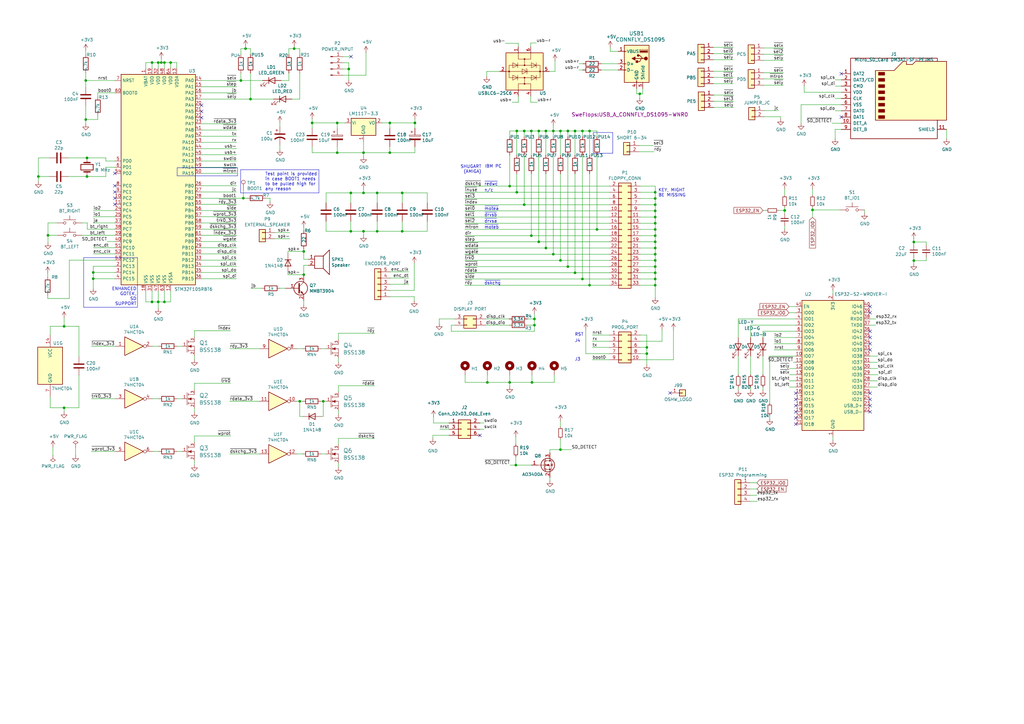
<source format=kicad_sch>
(kicad_sch (version 20230121) (generator eeschema)

  (uuid 6c7ae024-2559-4f5f-b740-5250220cff1a)

  (paper "A3")

  (title_block
    (title "SweFlops")
    (date "2023-09-24")
    (rev "1.03")
    (company "Sweproj")
    (comment 1 "Based on schematics by H.M")
    (comment 2 "Licensed under CERN OHL v.1.2")
  )

  

  (junction (at 62.357 25.654) (diameter 0) (color 0 0 0 0)
    (uuid 01d75d30-7990-4c3a-af1f-6bf32a706217)
  )
  (junction (at 226.949 104.267) (diameter 0) (color 0 0 0 0)
    (uuid 040066ea-c5fb-4e83-b7ca-14b455995f53)
  )
  (junction (at 38.227 111.76) (diameter 0) (color 0 0 0 0)
    (uuid 0c23ca9f-e1c0-4531-bb3b-0f7a889ef0a0)
  )
  (junction (at 223.901 53.721) (diameter 0) (color 0 0 0 0)
    (uuid 1054fc3d-6354-4441-a3f9-74f0473b5edd)
  )
  (junction (at 132.588 164.592) (diameter 0) (color 0 0 0 0)
    (uuid 18327814-d0c7-4e2c-a638-b87c9fa342ba)
  )
  (junction (at 100.711 19.939) (diameter 0) (color 0 0 0 0)
    (uuid 1af37b26-a42d-4153-b427-f2546d2dee0e)
  )
  (junction (at 374.8024 106.8832) (diameter 0) (color 0 0 0 0)
    (uuid 1b725126-2256-49c1-8363-945686b28f40)
  )
  (junction (at 35.687 64.77) (diameter 0) (color 0 0 0 0)
    (uuid 1c05fd3c-8586-44f3-ba54-5d4390a7862c)
  )
  (junction (at 268.732 78.867) (diameter 0) (color 0 0 0 0)
    (uuid 2079287e-f511-4528-b0cc-d1b6a83a0c0c)
  )
  (junction (at 124.587 103.124) (diameter 0) (color 0 0 0 0)
    (uuid 223ede11-4719-43e7-9667-6f998c9d6f37)
  )
  (junction (at 67.437 25.654) (diameter 0) (color 0 0 0 0)
    (uuid 260730b9-f078-48c0-8056-52fe112e6497)
  )
  (junction (at 265.303 142.494) (diameter 0) (color 0 0 0 0)
    (uuid 296a4fda-0ce3-44e6-a627-1f0a5e13c005)
  )
  (junction (at 262.382 38.481) (diameter 0) (color 0 0 0 0)
    (uuid 2c343d8c-fecb-4d29-8b31-b0b87d4bfccd)
  )
  (junction (at 15.748 72.39) (diameter 0) (color 0 0 0 0)
    (uuid 2e30c2e6-8718-4510-8a45-93d4fa0c1413)
  )
  (junction (at 64.897 123.825) (diameter 0) (color 0 0 0 0)
    (uuid 3651d252-7dec-4686-ba2f-dc85265c90d9)
  )
  (junction (at 35.687 72.39) (diameter 0) (color 0 0 0 0)
    (uuid 3d8aaf85-2e03-4e99-8a87-e210b3ee98f0)
  )
  (junction (at 143.0528 28.2956) (diameter 0) (color 0 0 0 0)
    (uuid 3decbd1f-c75c-46c8-a13c-91c6881b5cf4)
  )
  (junction (at 333.248 86.106) (diameter 0) (color 0 0 0 0)
    (uuid 3f12ace2-dc3e-463f-a57c-b8456a1d52d5)
  )
  (junction (at 122.936 164.592) (diameter 0) (color 0 0 0 0)
    (uuid 40814f7e-4ab7-4867-8498-f862833b9bb6)
  )
  (junction (at 199.898 156.845) (diameter 0) (color 0 0 0 0)
    (uuid 437d9c07-d106-4e21-a1bc-5410e515f21e)
  )
  (junction (at 268.732 101.727) (diameter 0) (color 0 0 0 0)
    (uuid 475ac029-3be1-4cd3-944b-24c3a6fe850c)
  )
  (junction (at 268.732 111.887) (diameter 0) (color 0 0 0 0)
    (uuid 4a5b02f8-6d24-4028-be0c-f7108772c19d)
  )
  (junction (at 209.042 156.845) (diameter 0) (color 0 0 0 0)
    (uuid 4a87e2fd-2593-495b-adf6-10364b4c72cf)
  )
  (junction (at 211.963 78.867) (diameter 0) (color 0 0 0 0)
    (uuid 4c5885c9-de95-40a8-9b9e-a407843a7c59)
  )
  (junction (at 241.808 116.967) (diameter 0) (color 0 0 0 0)
    (uuid 4d6a77f1-1c30-4eeb-9d53-42e68802c6fc)
  )
  (junction (at 64.897 25.654) (diameter 0) (color 0 0 0 0)
    (uuid 4ea1825a-419e-4dcd-9c7d-37f4139c72bb)
  )
  (junction (at 268.732 99.187) (diameter 0) (color 0 0 0 0)
    (uuid 51bd5573-4c97-4a0b-8e91-86f19072f235)
  )
  (junction (at 35.179 49.022) (diameter 0) (color 0 0 0 0)
    (uuid 57aeb026-9695-4ec9-aeb9-a71f9f7aaffc)
  )
  (junction (at 235.839 53.721) (diameter 0) (color 0 0 0 0)
    (uuid 5c1128a7-5823-44d7-be0a-d7b0e257ec62)
  )
  (junction (at 268.732 89.027) (diameter 0) (color 0 0 0 0)
    (uuid 5f1b9618-1dab-4268-a518-25dec293e17f)
  )
  (junction (at 232.918 109.347) (diameter 0) (color 0 0 0 0)
    (uuid 62f4a339-67f0-4122-8d00-cf9e3a52c588)
  )
  (junction (at 120.65 19.939) (diameter 0) (color 0 0 0 0)
    (uuid 69272744-c2b9-4cc7-91e5-7f2dcf25a2f3)
  )
  (junction (at 217.932 96.647) (diameter 0) (color 0 0 0 0)
    (uuid 6daf67a0-533b-4dde-86f4-ca0b8c40fb12)
  )
  (junction (at 102.743 40.64) (diameter 0) (color 0 0 0 0)
    (uuid 718f1ebe-4732-4a77-8a11-281170edc515)
  )
  (junction (at 268.732 104.267) (diameter 0) (color 0 0 0 0)
    (uuid 71923976-7ee1-414e-b56a-f923b0d6b595)
  )
  (junction (at 265.303 145.034) (diameter 0) (color 0 0 0 0)
    (uuid 7cd64188-766b-4f5d-b90d-1c25fa3cb010)
  )
  (junction (at 229.87 184.404) (diameter 0) (color 0 0 0 0)
    (uuid 7d270297-425c-4a9c-bce9-9cd0c0b7b101)
  )
  (junction (at 154.686 79.121) (diameter 0) (color 0 0 0 0)
    (uuid 7d334045-6688-44ed-80f3-1246a3165856)
  )
  (junction (at 124.587 112.649) (diameter 0) (color 0 0 0 0)
    (uuid 7f02c3e8-4012-4b3d-888a-0436d332e193)
  )
  (junction (at 67.437 123.825) (diameter 0) (color 0 0 0 0)
    (uuid 836fb985-8503-4531-9bde-db45d208821d)
  )
  (junction (at 98.806 33.02) (diameter 0) (color 0 0 0 0)
    (uuid 88a6e99f-ddee-44f5-879d-0e7c99f4b5f6)
  )
  (junction (at 164.973 94.869) (diameter 0) (color 0 0 0 0)
    (uuid 8a72e3ab-1dbe-433d-bdbe-f9b2ba4ac50e)
  )
  (junction (at 143.891 94.869) (diameter 0) (color 0 0 0 0)
    (uuid 8b376610-8dcb-4a55-bca7-c30db9af078c)
  )
  (junction (at 128.016 50.419) (diameter 0) (color 0 0 0 0)
    (uuid 9313f329-a951-429c-b53b-b012dd5ccb7a)
  )
  (junction (at 244.856 94.107) (diameter 0) (color 0 0 0 0)
    (uuid 959dc508-2399-48e6-a2bf-ac1e20809a96)
  )
  (junction (at 235.839 111.887) (diameter 0) (color 0 0 0 0)
    (uuid 9608eeab-b9bd-4e54-9776-749978ea055d)
  )
  (junction (at 374.8024 99.2632) (diameter 0) (color 0 0 0 0)
    (uuid 97369428-5d71-41e5-b9e1-e919cdb54e27)
  )
  (junction (at 268.732 106.807) (diameter 0) (color 0 0 0 0)
    (uuid 97ff7bcb-d4c0-4e16-9cd2-1ae936d5a745)
  )
  (junction (at 268.732 109.347) (diameter 0) (color 0 0 0 0)
    (uuid 9c19cf1b-7097-4b58-85a6-d9f8c32f363f)
  )
  (junction (at 35.179 33.02) (diameter 0) (color 0 0 0 0)
    (uuid a32c0df7-2f5e-4dd0-85de-3eb22bf1384c)
  )
  (junction (at 170.18 50.419) (diameter 0) (color 0 0 0 0)
    (uuid a4336e88-13ba-4122-b81c-bf04700c252a)
  )
  (junction (at 218.186 156.845) (diameter 0) (color 0 0 0 0)
    (uuid a5f91801-93a7-44bb-8067-44f3d8cafe9f)
  )
  (junction (at 268.732 114.427) (diameter 0) (color 0 0 0 0)
    (uuid a855221b-3fd2-4133-80d4-a6a02a20077d)
  )
  (junction (at 215.011 83.947) (diameter 0) (color 0 0 0 0)
    (uuid a92f5c0b-9175-4b21-891c-14027f4de620)
  )
  (junction (at 99.822 81.28) (diameter 0) (color 0 0 0 0)
    (uuid ade34edb-376c-4889-823c-5bbd13fc9f0b)
  )
  (junction (at 223.901 101.727) (diameter 0) (color 0 0 0 0)
    (uuid aec901c7-0061-4944-b8fc-49a8faba400a)
  )
  (junction (at 321.818 86.3092) (diameter 0) (color 0 0 0 0)
    (uuid afc8b8f4-7b6c-4e04-8376-99153bde66be)
  )
  (junction (at 220.98 99.187) (diameter 0) (color 0 0 0 0)
    (uuid b5df6ee1-f89f-40c7-970c-d17f0389850d)
  )
  (junction (at 219.202 133.35) (diameter 0) (color 0 0 0 0)
    (uuid b63614f2-f191-4acf-9f31-cbf7d22f12db)
  )
  (junction (at 226.949 53.721) (diameter 0) (color 0 0 0 0)
    (uuid b9a304f1-805d-4a4b-913c-102f464a6466)
  )
  (junction (at 211.963 53.721) (diameter 0) (color 0 0 0 0)
    (uuid bb1f2c79-0098-46b9-858b-b1455960fd95)
  )
  (junction (at 238.887 114.427) (diameter 0) (color 0 0 0 0)
    (uuid bca8a2ce-d92a-4d2f-8714-cda5898f2dc3)
  )
  (junction (at 26.289 133.858) (diameter 0) (color 0 0 0 0)
    (uuid bed24c39-e6a3-44bc-b476-ac3bd4edcebe)
  )
  (junction (at 38.227 114.3) (diameter 0) (color 0 0 0 0)
    (uuid bf880a4d-f631-4f99-a6ce-385a31430107)
  )
  (junction (at 209.042 76.327) (diameter 0) (color 0 0 0 0)
    (uuid c156114f-50f2-4d5e-ab42-94939ae30371)
  )
  (junction (at 159.893 62.611) (diameter 0) (color 0 0 0 0)
    (uuid c47da14a-734f-4041-b1c0-340ec490b34e)
  )
  (junction (at 62.357 123.825) (diameter 0) (color 0 0 0 0)
    (uuid c48105f2-f663-4f94-8e32-57800ea51f7e)
  )
  (junction (at 138.303 62.611) (diameter 0) (color 0 0 0 0)
    (uuid c58545ba-35f3-4fc6-93c7-5dfe9235537f)
  )
  (junction (at 268.732 96.647) (diameter 0) (color 0 0 0 0)
    (uuid ce0dc9ff-ec38-4373-808f-f9480d03c3b4)
  )
  (junction (at 238.887 53.721) (diameter 0) (color 0 0 0 0)
    (uuid cf6d16cf-e3cf-405b-811a-6c12354cd9ba)
  )
  (junction (at 219.202 130.81) (diameter 0) (color 0 0 0 0)
    (uuid d3317900-2632-4275-b89c-919625e3effe)
  )
  (junction (at 268.732 81.407) (diameter 0) (color 0 0 0 0)
    (uuid d3bc1d9c-d634-448f-83a9-ba160f4b37a2)
  )
  (junction (at 138.303 50.419) (diameter 0) (color 0 0 0 0)
    (uuid d4b5866b-4bc0-4884-9394-6ebb77805fa1)
  )
  (junction (at 268.732 83.947) (diameter 0) (color 0 0 0 0)
    (uuid d7fd33f8-a223-4dd7-87ee-a67b32f29388)
  )
  (junction (at 19.685 96.52) (diameter 0) (color 0 0 0 0)
    (uuid da222274-782b-4d9a-8f8f-355382176a06)
  )
  (junction (at 241.808 53.721) (diameter 0) (color 0 0 0 0)
    (uuid dc399673-66b3-4fc4-8183-18e0fdd6b65a)
  )
  (junction (at 232.918 53.721) (diameter 0) (color 0 0 0 0)
    (uuid dc6eea1a-5256-4f89-adcb-97a2976a685a)
  )
  (junction (at 154.686 94.869) (diameter 0) (color 0 0 0 0)
    (uuid deee69e7-cbc8-4ed4-817d-6228f02e627f)
  )
  (junction (at 268.732 91.567) (diameter 0) (color 0 0 0 0)
    (uuid df49f106-5954-47fe-a2e5-3c49fb3fb368)
  )
  (junction (at 143.891 79.121) (diameter 0) (color 0 0 0 0)
    (uuid dff531ec-5341-4317-9d46-b4c2ecfee490)
  )
  (junction (at 211.582 190.754) (diameter 0) (color 0 0 0 0)
    (uuid e0bd7b4c-ad7c-427e-b73d-2144d8435d61)
  )
  (junction (at 215.011 53.721) (diameter 0) (color 0 0 0 0)
    (uuid e169ff3a-9f78-441b-8c45-79974d783784)
  )
  (junction (at 149.098 79.121) (diameter 0) (color 0 0 0 0)
    (uuid e305d4b0-beeb-4350-b27f-4e4fe3d59f17)
  )
  (junction (at 26.289 167.259) (diameter 0) (color 0 0 0 0)
    (uuid e63dee55-0fab-49a9-8128-a6d0b871f4e3)
  )
  (junction (at 149.098 94.869) (diameter 0) (color 0 0 0 0)
    (uuid e6ba7a56-1a55-4b18-ad00-d563c40502ba)
  )
  (junction (at 69.977 25.654) (diameter 0) (color 0 0 0 0)
    (uuid e71eb050-7f34-45f1-ba43-8abb3c27924f)
  )
  (junction (at 159.893 50.419) (diameter 0) (color 0 0 0 0)
    (uuid e7c922e9-affe-4d13-8fce-eac0f1759b3c)
  )
  (junction (at 268.732 86.487) (diameter 0) (color 0 0 0 0)
    (uuid e7f7122f-9ce7-4488-9ddb-9a95d891cdf0)
  )
  (junction (at 220.98 53.721) (diameter 0) (color 0 0 0 0)
    (uuid ebf575a5-1389-41be-963d-33dcbe4a5247)
  )
  (junction (at 66.167 25.654) (diameter 0) (color 0 0 0 0)
    (uuid f09ee546-cef2-4255-b0c9-f5686073498e)
  )
  (junction (at 268.732 116.967) (diameter 0) (color 0 0 0 0)
    (uuid f217d5e7-d2af-4a0c-b7f0-1cc52c85f6e4)
  )
  (junction (at 217.932 53.721) (diameter 0) (color 0 0 0 0)
    (uuid f4175765-5de7-4183-9aa5-f6b37445dd35)
  )
  (junction (at 229.87 106.807) (diameter 0) (color 0 0 0 0)
    (uuid f4aed8a8-c15c-4467-8b62-ad218528e0a3)
  )
  (junction (at 268.732 94.107) (diameter 0) (color 0 0 0 0)
    (uuid f656ce91-9ecd-4f52-ad93-e84ee6edc4cd)
  )
  (junction (at 149.098 62.611) (diameter 0) (color 0 0 0 0)
    (uuid f8b2d9ae-aa0d-4b9a-84e5-39bf5ddce135)
  )
  (junction (at 164.973 79.121) (diameter 0) (color 0 0 0 0)
    (uuid ff908e4a-3e69-4a02-82f0-8affec637192)
  )
  (junction (at 229.87 53.721) (diameter 0) (color 0 0 0 0)
    (uuid ffcdc2da-2dd6-4861-b8e9-2fe0153717ff)
  )

  (no_connect (at 345.059 48.006) (uuid 01b9bf4a-5983-479a-8e72-e6419b0debcf))
  (no_connect (at 82.677 48.26) (uuid 07e13eea-8c65-4911-a99f-530ae1ebbc79))
  (no_connect (at 356.87 163.83) (uuid 0abd94a6-983a-499c-bd29-29c7116dbc5e))
  (no_connect (at 47.117 76.2) (uuid 0c10d070-63aa-4231-b2eb-4c2aa6df754c))
  (no_connect (at 326.39 171.45) (uuid 252dbabc-22a9-4fc7-81bf-4e8d223bf5bf))
  (no_connect (at 356.87 143.51) (uuid 2af14f92-54d7-4e8f-b084-aded616f1e99))
  (no_connect (at 143.9672 23.2156) (uuid 2b07a6ea-0732-4e0e-a614-77016c05e39a))
  (no_connect (at 345.059 30.226) (uuid 35efc9c9-8aee-43d8-9a62-1cb3001ed7c0))
  (no_connect (at 47.117 81.28) (uuid 3abbdb84-7b3f-4ffd-9c00-b7610323a9dc))
  (no_connect (at 356.87 161.29) (uuid 40d4fa98-d0dc-4c66-8888-3d29c65c9ed2))
  (no_connect (at 47.117 78.74) (uuid 4ce2168e-ef6b-40cc-9bdd-b009c2f1128f))
  (no_connect (at 356.87 166.37) (uuid 5869d949-f35d-45df-b1b5-2aabbec97aa4))
  (no_connect (at 356.87 168.91) (uuid 60f31ba4-13b8-46e2-9d76-21862c7b59ac))
  (no_connect (at 82.677 45.72) (uuid 6b0e836a-c7ee-489c-8378-761ae0700acb))
  (no_connect (at 356.87 125.73) (uuid 71900485-18be-48a5-bdca-b6d5f4d7d918))
  (no_connect (at 326.39 166.37) (uuid 721a5295-d762-40b0-ba34-275a7cf7a8a5))
  (no_connect (at 326.39 173.99) (uuid 741eb185-f944-4026-b436-0dd8fc04b990))
  (no_connect (at 326.39 163.83) (uuid 85613e89-1123-49e0-8ff2-3ad418717586))
  (no_connect (at 356.87 140.97) (uuid 90d594bd-7512-499c-a06c-1f739ed53ab5))
  (no_connect (at 82.677 43.18) (uuid 92b1ceb0-60b3-466a-beb6-0004e4b95f04))
  (no_connect (at 274.828 161.163) (uuid 973c59c4-356f-4904-a5e0-05dd4234af43))
  (no_connect (at 356.87 128.27) (uuid a7a3ee93-a745-4720-b3f3-b16ec5871925))
  (no_connect (at 326.39 168.91) (uuid a9a94e7c-42fa-40b4-a184-c209dbe1a9a0))
  (no_connect (at 196.85 178.562) (uuid ae128f4e-1d05-4bd5-93f7-c80cf642f794))
  (no_connect (at 47.117 71.12) (uuid d7619367-5f4f-43fd-9c4c-fafef691b25b))
  (no_connect (at 356.87 138.43) (uuid dbdf7b2e-a55b-48b1-8bfc-6564474c0e31))
  (no_connect (at 326.39 161.29) (uuid e2efbed1-bc12-4d28-bc58-2212344dd8d2))
  (no_connect (at 47.117 83.82) (uuid e7861644-faca-4c14-80ab-776139bf8036))
  (no_connect (at 356.87 135.89) (uuid f6818d71-835c-4a2d-acbf-fa973393f169))

  (wire (pts (xy 98.806 19.939) (xy 100.711 19.939))
    (stroke (width 0) (type default))
    (uuid 00ac5a44-b4bd-4d2d-a683-781d189502c9)
  )
  (wire (pts (xy 227.33 156.845) (xy 227.33 153.797))
    (stroke (width 0) (type default))
    (uuid 017f37fc-cc63-4309-9bae-c6f890a226f7)
  )
  (wire (pts (xy 292.735 41.529) (xy 300.863 41.529))
    (stroke (width 0) (type default))
    (uuid 0194bf50-7dec-4ccf-9c68-af261a9277c3)
  )
  (wire (pts (xy 19.558 112.014) (xy 19.558 113.538))
    (stroke (width 0) (type default))
    (uuid 023de083-0402-4a0e-9f21-02e14341f49d)
  )
  (wire (pts (xy 307.848 146.05) (xy 307.848 153.67))
    (stroke (width 0) (type default))
    (uuid 025a103a-571c-4e20-afa5-12718deed72e)
  )
  (wire (pts (xy 215.011 56.007) (xy 215.011 53.721))
    (stroke (width 0) (type default))
    (uuid 028d9400-10ab-4cef-86e3-d7964c8b32be)
  )
  (wire (pts (xy 28.448 122.428) (xy 19.558 122.428))
    (stroke (width 0) (type default))
    (uuid 038dcb14-253f-405f-8cd9-edf677cdd1ed)
  )
  (wire (pts (xy 223.901 53.721) (xy 226.949 53.721))
    (stroke (width 0) (type default))
    (uuid 03e8f6c2-d30d-47b5-bb78-0139d13a5c2d)
  )
  (wire (pts (xy 47.117 109.22) (xy 38.227 109.22))
    (stroke (width 0) (type default))
    (uuid 03ece717-024c-45d1-bb4d-e94b35a0bfca)
  )
  (wire (pts (xy 20.574 137.287) (xy 20.574 133.858))
    (stroke (width 0) (type default))
    (uuid 0417b65e-e3ab-4504-bea2-e5287be3b9e2)
  )
  (wire (pts (xy 64.897 123.825) (xy 67.437 123.825))
    (stroke (width 0) (type default))
    (uuid 048de689-4a89-4ccd-b98f-831b8b15dc13)
  )
  (wire (pts (xy 19.685 96.52) (xy 19.685 99.568))
    (stroke (width 0) (type default))
    (uuid 04c98384-5b08-42ce-9601-a5c3a17f9b76)
  )
  (wire (pts (xy 47.117 106.68) (xy 28.448 106.68))
    (stroke (width 0) (type default))
    (uuid 04e22b05-e615-42f5-a542-8a599b56b0c4)
  )
  (wire (pts (xy 98.806 19.939) (xy 98.806 22.352))
    (stroke (width 0) (type default))
    (uuid 058b8a14-6d24-4848-a98d-2fa2cdc326bc)
  )
  (wire (pts (xy 374.8024 99.2632) (xy 379.8824 99.2632))
    (stroke (width 0) (type default))
    (uuid 064bb2f0-47cc-480f-bbf8-b8153aa80907)
  )
  (wire (pts (xy 38.227 109.22) (xy 38.227 111.76))
    (stroke (width 0) (type default))
    (uuid 06d8e0a3-2018-4ca4-9db9-72c9d0ccfe9a)
  )
  (wire (pts (xy 232.918 63.627) (xy 232.918 109.347))
    (stroke (width 0) (type default))
    (uuid 0741c380-f1d4-4b2b-84d2-0462118a270b)
  )
  (wire (pts (xy 143.0528 25.7556) (xy 143.0528 28.2956))
    (stroke (width 0) (type default))
    (uuid 075d7cdc-0ff8-4a79-b996-9bc2f7007a4a)
  )
  (wire (pts (xy 333.248 85.09) (xy 333.248 86.106))
    (stroke (width 0) (type default))
    (uuid 0766b80f-802d-47cb-98b7-882eb9885951)
  )
  (wire (pts (xy 323.596 125.73) (xy 326.39 125.73))
    (stroke (width 0) (type default))
    (uuid 08153fc9-5946-4eae-9140-850eec86776f)
  )
  (wire (pts (xy 115.316 33.02) (xy 118.491 33.02))
    (stroke (width 0) (type default))
    (uuid 08578bbd-da5a-4ee9-851f-2568287e68c3)
  )
  (wire (pts (xy 82.677 38.1) (xy 97.028 38.1))
    (stroke (width 0) (type default))
    (uuid 087bc2ea-2ef5-484e-ae9f-59b06d36de72)
  )
  (wire (pts (xy 35.179 29.972) (xy 35.179 33.02))
    (stroke (width 0) (type default))
    (uuid 087be6d3-f36d-44a7-a52e-d01a08b1c6c7)
  )
  (wire (pts (xy 98.806 33.02) (xy 107.696 33.02))
    (stroke (width 0) (type default))
    (uuid 08beb69e-41aa-42f8-9594-326d36ca9283)
  )
  (wire (pts (xy 229.87 180.086) (xy 229.87 184.404))
    (stroke (width 0) (type default))
    (uuid 097d8d98-338f-4798-8638-46a541b48b7b)
  )
  (wire (pts (xy 262.128 62.23) (xy 268.224 62.23))
    (stroke (width 0) (type default))
    (uuid 0a0639d1-d20b-46e8-8951-6ca1b6cacd26)
  )
  (wire (pts (xy 82.677 86.36) (xy 97.028 86.36))
    (stroke (width 0) (type default))
    (uuid 0afaaf78-8ee5-4322-8878-e342d61f8bbd)
  )
  (wire (pts (xy 79.756 178.816) (xy 94.615 178.816))
    (stroke (width 0) (type default))
    (uuid 0c4aae78-5639-4352-b306-6ad2fc0443cb)
  )
  (wire (pts (xy 106.426 143.002) (xy 94.234 143.002))
    (stroke (width 0) (type default))
    (uuid 0c65bc39-93db-49aa-8a79-8bc342f177d4)
  )
  (wire (pts (xy 35.687 72.39) (xy 27.94 72.39))
    (stroke (width 0) (type default))
    (uuid 0cc57e54-405b-4f3f-a6c4-17a5c09e93ac)
  )
  (wire (pts (xy 374.8024 97.9932) (xy 374.8024 99.2632))
    (stroke (width 0) (type default))
    (uuid 0cc9741f-1c06-460d-b2d6-be09a0503279)
  )
  (wire (pts (xy 149.098 58.039) (xy 149.098 62.611))
    (stroke (width 0) (type default))
    (uuid 0d6deea1-53e7-496c-b190-be1c2e7228b2)
  )
  (wire (pts (xy 211.963 78.867) (xy 249.936 78.867))
    (stroke (width 0) (type default))
    (uuid 0dbeb2fa-b8a3-41b1-889d-8305f200d943)
  )
  (wire (pts (xy 138.303 50.419) (xy 141.478 50.419))
    (stroke (width 0) (type default))
    (uuid 0e196f7a-9c53-419b-a64d-22b93e1125cb)
  )
  (wire (pts (xy 33.655 96.52) (xy 47.117 96.52))
    (stroke (width 0) (type default))
    (uuid 0e40e361-0930-424e-96d8-41607b889b58)
  )
  (wire (pts (xy 35.179 20.701) (xy 35.179 22.352))
    (stroke (width 0) (type default))
    (uuid 0e58a704-5c30-4fbf-acd4-323dbb622ea6)
  )
  (wire (pts (xy 268.732 96.647) (xy 268.732 99.187))
    (stroke (width 0) (type default))
    (uuid 0e91bae9-681e-49f6-bc31-a95adbda6022)
  )
  (wire (pts (xy 232.918 56.007) (xy 232.918 53.721))
    (stroke (width 0) (type default))
    (uuid 0f69b280-544b-419a-a25c-54622d3aaa1e)
  )
  (wire (pts (xy 124.587 103.124) (xy 124.587 106.299))
    (stroke (width 0) (type default))
    (uuid 0fbeb560-319a-4f51-a7de-0cdf77718aaf)
  )
  (wire (pts (xy 160.02 114.046) (xy 167.64 114.046))
    (stroke (width 0) (type default))
    (uuid 0fd78848-51c1-4633-8b1e-04626e2b62c0)
  )
  (wire (pts (xy 240.284 135.255) (xy 240.284 145.034))
    (stroke (width 0) (type default))
    (uuid 103029c5-3b52-49c9-a611-189315473a7f)
  )
  (wire (pts (xy 292.608 29.21) (xy 300.736 29.21))
    (stroke (width 0) (type default))
    (uuid 1097dec6-985d-4bf1-944b-a088cbd6d952)
  )
  (wire (pts (xy 26.289 133.858) (xy 26.289 130.429))
    (stroke (width 0) (type default))
    (uuid 109c0628-01b5-43ff-b198-9afa5f6efa79)
  )
  (wire (pts (xy 244.856 63.627) (xy 244.856 94.107))
    (stroke (width 0) (type default))
    (uuid 11186c4d-e5f8-469b-9c99-55907902fcad)
  )
  (wire (pts (xy 133.731 79.121) (xy 143.891 79.121))
    (stroke (width 0) (type default))
    (uuid 11894ccb-bff8-40c8-ba2a-557fb3f1e335)
  )
  (wire (pts (xy 82.677 35.56) (xy 97.028 35.56))
    (stroke (width 0) (type default))
    (uuid 118c0019-cbfb-48d2-9c0d-c4035f8a4fb4)
  )
  (wire (pts (xy 216.408 130.81) (xy 219.202 130.81))
    (stroke (width 0) (type default))
    (uuid 11a4747a-cf62-4518-bfab-a9bfdd30e79a)
  )
  (wire (pts (xy 112.649 97.917) (xy 118.872 97.917))
    (stroke (width 0) (type default))
    (uuid 11bf7fb4-087e-4335-82d7-fe4e1204ce5d)
  )
  (wire (pts (xy 119.761 40.64) (xy 122.936 40.64))
    (stroke (width 0) (type default))
    (uuid 1258305c-3d22-4bb9-af83-7fc47d36695d)
  )
  (wire (pts (xy 249.936 142.494) (xy 242.951 142.494))
    (stroke (width 0) (type default))
    (uuid 12d1cf1b-edaa-4571-8883-1aac71db4774)
  )
  (wire (pts (xy 138.303 60.198) (xy 138.303 62.611))
    (stroke (width 0) (type default))
    (uuid 13f0cc9d-677c-46a2-86ef-20440434559a)
  )
  (wire (pts (xy 262.636 81.407) (xy 268.732 81.407))
    (stroke (width 0) (type default))
    (uuid 13fc050b-9437-4f98-ba4e-ee3648d77e3a)
  )
  (wire (pts (xy 47.371 185.166) (xy 37.465 185.166))
    (stroke (width 0) (type default))
    (uuid 144774cd-65c4-4b3e-ade6-2bd17d52700f)
  )
  (wire (pts (xy 47.371 163.576) (xy 37.465 163.576))
    (stroke (width 0) (type default))
    (uuid 14718b7e-5b6b-4ef0-8cfb-9ae28ca97971)
  )
  (wire (pts (xy 262.636 101.727) (xy 268.732 101.727))
    (stroke (width 0) (type default))
    (uuid 154ffb85-f4d6-4321-8a16-208338aa4cc8)
  )
  (wire (pts (xy 32.385 133.858) (xy 32.385 146.304))
    (stroke (width 0) (type default))
    (uuid 15596a38-efe6-43e3-847c-a14ee5881713)
  )
  (wire (pts (xy 124.587 123.317) (xy 124.587 124.968))
    (stroke (width 0) (type default))
    (uuid 15881230-b19e-49c0-8586-fe7af4171e09)
  )
  (wire (pts (xy 102.743 29.972) (xy 102.743 40.64))
    (stroke (width 0) (type default))
    (uuid 15f15171-f944-4698-9cee-87efbf4fd289)
  )
  (wire (pts (xy 321.818 86.3092) (xy 321.818 87.5792))
    (stroke (width 0) (type default))
    (uuid 162e91e9-8d44-45b1-ae5d-be3bf5627435)
  )
  (wire (pts (xy 124.587 112.649) (xy 124.587 113.157))
    (stroke (width 0) (type default))
    (uuid 16f48916-851c-4ea1-b333-c8614f5f677f)
  )
  (wire (pts (xy 342.519 35.306) (xy 345.059 35.306))
    (stroke (width 0) (type default))
    (uuid 170793e9-0959-401a-8a6c-297058a8426c)
  )
  (wire (pts (xy 190.627 104.267) (xy 226.949 104.267))
    (stroke (width 0) (type default))
    (uuid 17338421-c80b-4afe-8049-e94078a93ccf)
  )
  (wire (pts (xy 79.756 135.636) (xy 94.615 135.636))
    (stroke (width 0) (type default))
    (uuid 17894fb3-67a3-4290-9b9a-272e17d9514a)
  )
  (wire (pts (xy 209.042 156.845) (xy 218.186 156.845))
    (stroke (width 0) (type default))
    (uuid 179ac700-65df-4a21-b388-3d1e9e7072b3)
  )
  (polyline (pts (xy 56.388 125.984) (xy 34.29 125.984))
    (stroke (width 0) (type default))
    (uuid 17ef4c3c-545f-4613-8398-e0be427acf28)
  )

  (wire (pts (xy 190.627 106.807) (xy 229.87 106.807))
    (stroke (width 0) (type default))
    (uuid 1835f6f6-25a5-4cc1-8cec-af736f40d335)
  )
  (wire (pts (xy 122.936 164.592) (xy 124.079 164.592))
    (stroke (width 0) (type default))
    (uuid 18692cff-9cfc-4c8d-80f4-1190a996b99a)
  )
  (wire (pts (xy 138.811 179.832) (xy 153.67 179.832))
    (stroke (width 0) (type default))
    (uuid 1893b93e-c9c1-4043-9963-8474032b387d)
  )
  (wire (pts (xy 250.317 19.431) (xy 250.317 21.082))
    (stroke (width 0) (type default))
    (uuid 18d02189-5640-4c61-9ded-d58f1c4f06f5)
  )
  (wire (pts (xy 154.686 90.805) (xy 154.686 94.869))
    (stroke (width 0) (type default))
    (uuid 1923b193-8e99-4d3d-b741-430642d307fc)
  )
  (wire (pts (xy 249.936 137.414) (xy 242.951 137.414))
    (stroke (width 0) (type default))
    (uuid 1994c711-3aed-4aa5-ba4a-9a8d3c24b50d)
  )
  (wire (pts (xy 220.98 63.627) (xy 220.98 99.187))
    (stroke (width 0) (type default))
    (uuid 1a30d197-2314-4f43-9131-7879c8b84362)
  )
  (polyline (pts (xy 251.333 54.356) (xy 251.333 62.865))
    (stroke (width 0) (type default))
    (uuid 1a5e886c-c9ce-4177-8c26-e08a2dba131e)
  )

  (wire (pts (xy 100.711 19.939) (xy 102.743 19.939))
    (stroke (width 0) (type default))
    (uuid 1a8a4898-6593-46f1-8a3c-9bc7f8a20fd1)
  )
  (wire (pts (xy 190.754 156.845) (xy 199.898 156.845))
    (stroke (width 0) (type default))
    (uuid 1ac0c8be-8ac8-4b0a-b441-4f5a507187b7)
  )
  (wire (pts (xy 59.817 25.654) (xy 62.357 25.654))
    (stroke (width 0) (type default))
    (uuid 1b393618-dd7b-4a11-bd30-727e96266e53)
  )
  (wire (pts (xy 209.042 53.721) (xy 211.963 53.721))
    (stroke (width 0) (type default))
    (uuid 1b63dfcf-efb4-4123-b064-b4bc1bd57c39)
  )
  (wire (pts (xy 122.936 19.939) (xy 122.936 22.352))
    (stroke (width 0) (type default))
    (uuid 1b73509f-e494-4657-92ba-7262def26d0b)
  )
  (wire (pts (xy 244.856 94.107) (xy 249.936 94.107))
    (stroke (width 0) (type default))
    (uuid 1b8ee40e-257f-40ae-b3f1-d040a492cfd5)
  )
  (wire (pts (xy 212.598 41.9608) (xy 212.598 39.4716))
    (stroke (width 0) (type default))
    (uuid 1bb0e843-f8ba-4693-839b-12ba844ed65d)
  )
  (polyline (pts (xy 97.409 72.136) (xy 72.644 72.136))
    (stroke (width 0) (type default))
    (uuid 1bef5e9e-8db2-4e7b-b865-a92c5b707eb0)
  )

  (wire (pts (xy 209.042 56.007) (xy 209.042 53.721))
    (stroke (width 0) (type default))
    (uuid 1c8831de-e3d4-46b8-9de1-1aea7d461e5e)
  )
  (wire (pts (xy 143.891 94.869) (xy 149.098 94.869))
    (stroke (width 0) (type default))
    (uuid 1d31555c-aa76-4c97-bade-c9880678a3cd)
  )
  (wire (pts (xy 69.977 27.94) (xy 69.977 25.654))
    (stroke (width 0) (type default))
    (uuid 1d639301-e97e-4014-a9f2-0aac56d4605a)
  )
  (wire (pts (xy 313.182 34.925) (xy 321.31 34.925))
    (stroke (width 0) (type default))
    (uuid 1d776ba3-e4a0-4931-8777-60dd7223bf78)
  )
  (wire (pts (xy 241.808 53.721) (xy 244.856 53.721))
    (stroke (width 0) (type default))
    (uuid 1d90c28c-b8f4-4df0-9735-0de5f9a92fe5)
  )
  (wire (pts (xy 268.732 111.887) (xy 268.732 114.427))
    (stroke (width 0) (type default))
    (uuid 1decde92-6f1e-49d8-8293-680de64c39c6)
  )
  (wire (pts (xy 262.636 78.867) (xy 268.732 78.867))
    (stroke (width 0) (type default))
    (uuid 1e362956-8271-4be2-ac08-d0094455df6d)
  )
  (wire (pts (xy 82.677 68.58) (xy 97.028 68.58))
    (stroke (width 0) (type default))
    (uuid 1e6b919d-7204-4124-8ca8-80276f72be1b)
  )
  (wire (pts (xy 140.6652 28.2956) (xy 143.0528 28.2956))
    (stroke (width 0) (type default))
    (uuid 1eaf753d-9ad3-4e57-af4d-b86a308763b2)
  )
  (wire (pts (xy 268.732 114.427) (xy 268.732 116.967))
    (stroke (width 0) (type default))
    (uuid 1f0c334a-65d2-4eda-83a0-3f81665dbff2)
  )
  (wire (pts (xy 98.806 29.972) (xy 98.806 33.02))
    (stroke (width 0) (type default))
    (uuid 21a9a837-ea5d-4f37-8bcc-b5a31cef11c0)
  )
  (wire (pts (xy 313.182 22.225) (xy 321.31 22.225))
    (stroke (width 0) (type default))
    (uuid 21c5c974-8c28-4ecf-a0e5-cc592104a734)
  )
  (wire (pts (xy 159.893 52.578) (xy 159.893 50.419))
    (stroke (width 0) (type default))
    (uuid 221043b3-e21b-490d-af65-f03d3d517c43)
  )
  (wire (pts (xy 321.818 85.0392) (xy 321.818 86.3092))
    (stroke (width 0) (type default))
    (uuid 223de97c-9493-490d-bcd0-4b080a1a74a4)
  )
  (wire (pts (xy 149.098 79.121) (xy 154.686 79.121))
    (stroke (width 0) (type default))
    (uuid 23532228-6c69-48e5-9c7f-fdf0dae42512)
  )
  (wire (pts (xy 323.85 151.13) (xy 326.39 151.13))
    (stroke (width 0) (type default))
    (uuid 239f3b46-7247-4397-9bed-6ab8a6c6e6c1)
  )
  (wire (pts (xy 211.963 71.247) (xy 211.963 78.867))
    (stroke (width 0) (type default))
    (uuid 23a81b3f-4317-473c-91e6-17813dc83d72)
  )
  (wire (pts (xy 225.298 29.3116) (xy 227.6348 29.3116))
    (stroke (width 0) (type default))
    (uuid 23d97863-98c7-4065-a00f-03956d85067e)
  )
  (wire (pts (xy 67.437 25.654) (xy 69.977 25.654))
    (stroke (width 0) (type default))
    (uuid 24208d4e-1586-4e07-bf50-32e3f3718d5a)
  )
  (wire (pts (xy 268.732 86.487) (xy 268.732 89.027))
    (stroke (width 0) (type default))
    (uuid 2426dd32-19d6-41ac-9203-265a93cd31db)
  )
  (wire (pts (xy 72.644 163.576) (xy 74.676 163.576))
    (stroke (width 0) (type default))
    (uuid 25ddc17f-35ec-48ad-a3f7-7c82bf12085b)
  )
  (wire (pts (xy 138.811 146.812) (xy 138.811 148.463))
    (stroke (width 0) (type default))
    (uuid 25e66810-fe25-46b1-977d-85b692c7f9bd)
  )
  (wire (pts (xy 341.63 179.07) (xy 341.63 180.594))
    (stroke (width 0) (type default))
    (uuid 2725a769-202b-4cee-81c0-607d580a78d8)
  )
  (wire (pts (xy 69.977 119.38) (xy 69.977 123.825))
    (stroke (width 0) (type default))
    (uuid 27821498-bca2-41f7-bd1b-2e8d77b6866b)
  )
  (wire (pts (xy 190.627 89.027) (xy 249.936 89.027))
    (stroke (width 0) (type default))
    (uuid 27f582ed-84b3-493d-9252-5efb9895e1dd)
  )
  (wire (pts (xy 215.011 53.721) (xy 217.932 53.721))
    (stroke (width 0) (type default))
    (uuid 27fdde74-5820-4453-a2a0-460dd29c6578)
  )
  (wire (pts (xy 121.666 186.182) (xy 124.079 186.182))
    (stroke (width 0) (type default))
    (uuid 287012eb-452a-4f95-82b0-f3fe72b21ef2)
  )
  (wire (pts (xy 177.8 173.482) (xy 184.15 173.482))
    (stroke (width 0) (type default))
    (uuid 291df502-13f9-4ead-b92e-df39079eb113)
  )
  (wire (pts (xy 323.596 128.27) (xy 326.39 128.27))
    (stroke (width 0) (type default))
    (uuid 293095c9-3e0d-4638-8da3-fd74b00715e5)
  )
  (wire (pts (xy 315.722 146.05) (xy 315.722 165.354))
    (stroke (width 0) (type default))
    (uuid 293a6ee8-8d8d-44eb-8b52-9bc21a63742c)
  )
  (wire (pts (xy 226.949 53.721) (xy 226.949 56.007))
    (stroke (width 0) (type default))
    (uuid 297216de-c46f-42fc-a84a-77226ecc0423)
  )
  (wire (pts (xy 124.587 108.839) (xy 124.587 112.649))
    (stroke (width 0) (type default))
    (uuid 29aac837-8e84-4219-a456-42d6b9cc55de)
  )
  (wire (pts (xy 160.02 121.666) (xy 169.926 121.666))
    (stroke (width 0) (type default))
    (uuid 2a351177-5d7b-44c3-8543-775f40ca3072)
  )
  (wire (pts (xy 244.856 53.721) (xy 244.856 56.007))
    (stroke (width 0) (type default))
    (uuid 2a551494-f2b1-43c9-9b53-449cff925be0)
  )
  (wire (pts (xy 292.608 21.971) (xy 300.736 21.971))
    (stroke (width 0) (type default))
    (uuid 2a79db7f-6313-4aee-84f6-26a34ff50707)
  )
  (wire (pts (xy 211.963 53.721) (xy 215.011 53.721))
    (stroke (width 0) (type default))
    (uuid 2a858da1-1901-4727-8ac0-1ad4002c0fc8)
  )
  (wire (pts (xy 149.098 77.47) (xy 149.098 79.121))
    (stroke (width 0) (type default))
    (uuid 2af8a7d5-11f7-4b0b-bd4f-05d1a457a5d2)
  )
  (wire (pts (xy 26.289 133.858) (xy 32.385 133.858))
    (stroke (width 0) (type default))
    (uuid 2b11516a-ff4a-41e1-a0db-3f53e668878f)
  )
  (wire (pts (xy 262.636 89.027) (xy 268.732 89.027))
    (stroke (width 0) (type default))
    (uuid 2b419b8c-a31b-49f8-b781-2de0a8f769c9)
  )
  (wire (pts (xy 220.98 56.007) (xy 220.98 53.721))
    (stroke (width 0) (type default))
    (uuid 2bba940d-3af3-4154-b70b-3bdc1234dc6f)
  )
  (wire (pts (xy 268.732 76.327) (xy 268.732 78.867))
    (stroke (width 0) (type default))
    (uuid 2be26e35-72db-4694-9d50-48245f5a187d)
  )
  (wire (pts (xy 124.587 102.108) (xy 124.587 103.124))
    (stroke (width 0) (type default))
    (uuid 2c37978b-c14a-4185-b210-f2b69698b74b)
  )
  (wire (pts (xy 220.98 53.721) (xy 223.901 53.721))
    (stroke (width 0) (type default))
    (uuid 2c8ab6fc-16e1-4548-a3b7-b92e662c2a6a)
  )
  (wire (pts (xy 229.87 63.627) (xy 229.87 53.721))
    (stroke (width 0) (type default))
    (uuid 2cbd7c2a-3fc3-48b8-b600-83d159d6e8bf)
  )
  (wire (pts (xy 47.117 33.02) (xy 35.179 33.02))
    (stroke (width 0) (type default))
    (uuid 2f0694f8-d6bc-40e5-b288-c15ade5f4725)
  )
  (wire (pts (xy 226.949 53.721) (xy 229.87 53.721))
    (stroke (width 0) (type default))
    (uuid 2f180fc5-042f-4276-9288-93553e81d27f)
  )
  (wire (pts (xy 82.677 93.98) (xy 97.028 93.98))
    (stroke (width 0) (type default))
    (uuid 2f484809-693d-45c5-967a-c45bcffa55ac)
  )
  (wire (pts (xy 40.132 49.022) (xy 35.179 49.022))
    (stroke (width 0) (type default))
    (uuid 2f526485-8a9b-48ad-a36a-dc653aa4e3c7)
  )
  (wire (pts (xy 307.848 133.35) (xy 307.848 138.43))
    (stroke (width 0) (type default))
    (uuid 2f77ce46-76e1-41ae-8a77-a836a78e85f1)
  )
  (wire (pts (xy 138.811 168.402) (xy 138.811 170.053))
    (stroke (width 0) (type default))
    (uuid 2f7b6c87-7a1c-4cd0-8489-0c4ba88f8fbb)
  )
  (wire (pts (xy 232.918 109.347) (xy 249.936 109.347))
    (stroke (width 0) (type default))
    (uuid 2fdc036b-51b7-4765-ae77-69905ddad1e3)
  )
  (wire (pts (xy 82.677 78.74) (xy 97.028 78.74))
    (stroke (width 0) (type default))
    (uuid 3093e660-b69a-4525-8b8d-40be3d33354c)
  )
  (wire (pts (xy 177.546 178.562) (xy 184.15 178.562))
    (stroke (width 0) (type default))
    (uuid 3118e761-5d88-478c-85a2-a3739ddedbd4)
  )
  (wire (pts (xy 210.058 41.9608) (xy 212.598 41.9608))
    (stroke (width 0) (type default))
    (uuid 317ae64c-0d91-4b99-a645-5dc2544bdfa2)
  )
  (wire (pts (xy 149.098 62.611) (xy 149.098 64.262))
    (stroke (width 0) (type default))
    (uuid 3208d4db-4bac-4439-8882-bdb9d291365c)
  )
  (wire (pts (xy 64.897 123.825) (xy 64.897 126.492))
    (stroke (width 0) (type default))
    (uuid 3214e1ea-1658-4057-9797-62894c44edde)
  )
  (wire (pts (xy 218.186 153.797) (xy 218.186 156.845))
    (stroke (width 0) (type default))
    (uuid 3299ec82-0c29-490d-906c-16db27b6f41a)
  )
  (wire (pts (xy 302.768 130.81) (xy 326.39 130.81))
    (stroke (width 0) (type default))
    (uuid 32e39499-d9b8-4696-b822-5a70a2d88290)
  )
  (wire (pts (xy 121.666 164.592) (xy 122.936 164.592))
    (stroke (width 0) (type default))
    (uuid 334ea891-11b9-4662-9390-c4d21015908a)
  )
  (wire (pts (xy 28.448 106.68) (xy 28.448 122.428))
    (stroke (width 0) (type default))
    (uuid 346ed3a5-4a19-4f9a-961d-0b2b9fc9db38)
  )
  (wire (pts (xy 268.732 109.347) (xy 268.732 111.887))
    (stroke (width 0) (type default))
    (uuid 34c1993d-b143-436d-9e87-db163e2a675b)
  )
  (wire (pts (xy 325.374 148.59) (xy 326.39 148.59))
    (stroke (width 0) (type default))
    (uuid 3510aa77-c4a5-4d50-b101-be07cc92f4c4)
  )
  (wire (pts (xy 209.042 153.797) (xy 209.042 156.845))
    (stroke (width 0) (type default))
    (uuid 3562137c-1274-45a0-a504-96c6643e7b97)
  )
  (wire (pts (xy 138.811 136.652) (xy 153.67 136.652))
    (stroke (width 0) (type default))
    (uuid 35f93c13-c9de-49c4-a29d-415b424b173e)
  )
  (wire (pts (xy 268.732 94.107) (xy 268.732 96.647))
    (stroke (width 0) (type default))
    (uuid 367ba447-d530-4e8c-bb75-379724913361)
  )
  (wire (pts (xy 164.973 79.121) (xy 175.26 79.121))
    (stroke (width 0) (type default))
    (uuid 37777044-a57b-4777-8c1a-2ce91a9076dd)
  )
  (wire (pts (xy 313.182 19.685) (xy 321.31 19.685))
    (stroke (width 0) (type default))
    (uuid 37a76ff5-4afa-4c98-9e29-0b07cdb8ebf1)
  )
  (polyline (pts (xy 98.679 79.121) (xy 130.81 79.121))
    (stroke (width 0) (type default))
    (uuid 37b6f0fb-c9ab-4517-addd-073bd01b3df7)
  )

  (wire (pts (xy 217.678 41.91) (xy 220.3704 41.91))
    (stroke (width 0) (type default))
    (uuid 39d1eaef-1223-4d75-a958-1ccfb78ef191)
  )
  (wire (pts (xy 226.949 104.267) (xy 249.936 104.267))
    (stroke (width 0) (type default))
    (uuid 3a46fe66-ca81-4711-be58-034207727b4e)
  )
  (wire (pts (xy 47.371 141.986) (xy 37.465 141.986))
    (stroke (width 0) (type default))
    (uuid 3b066db1-5b5a-4401-944f-574d5636a5ff)
  )
  (wire (pts (xy 138.811 160.782) (xy 138.811 158.242))
    (stroke (width 0) (type default))
    (uuid 3b16a288-3ff3-4c60-9824-66b2722a624f)
  )
  (wire (pts (xy 312.928 146.05) (xy 312.928 153.67))
    (stroke (width 0) (type default))
    (uuid 3b7aeab7-38a8-4497-81dd-3ac1880eccfe)
  )
  (wire (pts (xy 341.249 50.546) (xy 345.059 50.546))
    (stroke (width 0) (type default))
    (uuid 3c1b9356-5c8e-4c25-954e-b37bb984e44c)
  )
  (wire (pts (xy 138.811 189.992) (xy 138.811 191.643))
    (stroke (width 0) (type default))
    (uuid 3c6c0733-33db-44ad-acfa-2c644d68c7f1)
  )
  (wire (pts (xy 132.588 170.815) (xy 131.826 170.815))
    (stroke (width 0) (type default))
    (uuid 3caf6a20-dc42-4576-ad58-db95ca158f17)
  )
  (wire (pts (xy 262.636 111.887) (xy 268.732 111.887))
    (stroke (width 0) (type default))
    (uuid 3cc99bb9-c81c-427c-8a85-e4928b9810c4)
  )
  (wire (pts (xy 262.636 145.034) (xy 265.303 145.034))
    (stroke (width 0) (type default))
    (uuid 3dcf57cc-8db7-4f9d-9544-76bb93146412)
  )
  (wire (pts (xy 217.678 19.1516) (xy 217.678 17.6276))
    (stroke (width 0) (type default))
    (uuid 3df64caa-cdf8-4ada-a4d3-fa8aaa5c4955)
  )
  (wire (pts (xy 128.016 60.198) (xy 128.016 62.611))
    (stroke (width 0) (type default))
    (uuid 3f1821db-cec5-422a-a593-fa72242d4d7e)
  )
  (wire (pts (xy 180.34 176.022) (xy 184.15 176.022))
    (stroke (width 0) (type default))
    (uuid 3f5e2893-d3ba-479f-aeec-578cbe3495f8)
  )
  (wire (pts (xy 190.627 94.107) (xy 244.856 94.107))
    (stroke (width 0) (type default))
    (uuid 3f5fe2e7-b136-4b96-a244-e5b12daad0cf)
  )
  (wire (pts (xy 38.227 114.3) (xy 38.227 118.237))
    (stroke (width 0) (type default))
    (uuid 3f709f56-199a-43a0-97ae-34a51075de1f)
  )
  (wire (pts (xy 217.932 71.247) (xy 217.932 96.647))
    (stroke (width 0) (type default))
    (uuid 3faad8c1-5d8e-4a1a-aca9-54e03c125e64)
  )
  (wire (pts (xy 240.284 145.034) (xy 249.936 145.034))
    (stroke (width 0) (type default))
    (uuid 402cea14-e798-4e81-8a8b-51da1d1c9bf0)
  )
  (wire (pts (xy 268.732 116.967) (xy 268.732 122.047))
    (stroke (width 0) (type default))
    (uuid 4079f9ff-8acc-46dc-a8f0-6b579d053a25)
  )
  (wire (pts (xy 268.732 78.867) (xy 268.732 81.407))
    (stroke (width 0) (type default))
    (uuid 412eb4c0-258d-433b-b23c-78b4585474c9)
  )
  (wire (pts (xy 321.818 92.6592) (xy 321.818 93.9292))
    (stroke (width 0) (type default))
    (uuid 414e41de-0861-4b48-8670-e7fa42061e32)
  )
  (wire (pts (xy 185.1152 133.35) (xy 186.436 133.35))
    (stroke (width 0) (type default))
    (uuid 41c4f4f7-aaa9-4826-a59a-0c2efd5b2e19)
  )
  (wire (pts (xy 99.822 77.978) (xy 99.822 81.28))
    (stroke (width 0) (type default))
    (uuid 424e93d5-2699-41a7-bfac-b2185f5b6aee)
  )
  (wire (pts (xy 154.686 94.869) (xy 164.973 94.869))
    (stroke (width 0) (type default))
    (uuid 4312927b-1499-4c91-9ba2-95ede75c79ef)
  )
  (wire (pts (xy 114.935 118.237) (xy 116.967 118.237))
    (stroke (width 0) (type default))
    (uuid 43174058-7a96-4474-9573-229bf226a517)
  )
  (wire (pts (xy 223.901 71.247) (xy 223.901 101.727))
    (stroke (width 0) (type default))
    (uuid 4393e708-cc3b-4177-8457-b3e7116d62f8)
  )
  (wire (pts (xy 128.016 50.419) (xy 138.303 50.419))
    (stroke (width 0) (type default))
    (uuid 43ae7509-01c8-4a6a-9b76-dcd1c2b16112)
  )
  (wire (pts (xy 120.65 19.939) (xy 122.936 19.939))
    (stroke (width 0) (type default))
    (uuid 43e5760a-0f22-4516-ae19-c5bff5cc62a2)
  )
  (wire (pts (xy 217.932 96.647) (xy 249.936 96.647))
    (stroke (width 0) (type default))
    (uuid 4405557c-dee0-436b-8193-cc0d72ad6864)
  )
  (wire (pts (xy 170.18 62.611) (xy 170.18 60.198))
    (stroke (width 0) (type default))
    (uuid 44849e4c-4ec6-48d3-bdc4-a855eddbae10)
  )
  (wire (pts (xy 32.385 167.259) (xy 26.289 167.259))
    (stroke (width 0) (type default))
    (uuid 449d365b-4bf0-4f8b-b9e1-9f6ac8ff344f)
  )
  (wire (pts (xy 190.627 96.647) (xy 217.932 96.647))
    (stroke (width 0) (type default))
    (uuid 4537f70e-c4ee-42e5-8853-fbabe28d066e)
  )
  (wire (pts (xy 82.677 99.06) (xy 97.028 99.06))
    (stroke (width 0) (type default))
    (uuid 455ca02a-5b91-41c0-8dc0-94dde660e333)
  )
  (wire (pts (xy 47.117 91.44) (xy 38.227 91.44))
    (stroke (width 0) (type default))
    (uuid 4573c836-0884-4474-b9c0-4b1c48d6ac70)
  )
  (wire (pts (xy 219.202 130.81) (xy 219.202 133.35))
    (stroke (width 0) (type default))
    (uuid 45c42cb3-b5b1-46a0-9de2-2f1cf14e4b6e)
  )
  (wire (pts (xy 66.167 25.654) (xy 67.437 25.654))
    (stroke (width 0) (type default))
    (uuid 460498e8-fcc6-4b29-a62c-22f2cf3e04c9)
  )
  (wire (pts (xy 169.926 119.126) (xy 169.926 107.95))
    (stroke (width 0) (type default))
    (uuid 4681d309-3a39-4bd5-a571-dd1d2f8b4a00)
  )
  (wire (pts (xy 72.644 185.166) (xy 74.676 185.166))
    (stroke (width 0) (type default))
    (uuid 47178b0c-a30f-4f19-a789-8a6f14f8d963)
  )
  (wire (pts (xy 190.627 109.347) (xy 232.918 109.347))
    (stroke (width 0) (type default))
    (uuid 4787321d-a809-4c91-b1f7-4795be486ae2)
  )
  (wire (pts (xy 126.492 108.839) (xy 124.587 108.839))
    (stroke (width 0) (type default))
    (uuid 483c879e-608f-482b-ae30-53a5357da071)
  )
  (wire (pts (xy 138.303 62.611) (xy 149.098 62.611))
    (stroke (width 0) (type default))
    (uuid 48485d41-c901-4e8d-a49d-ea35d0f2de67)
  )
  (wire (pts (xy 326.39 140.97) (xy 317.5 140.97))
    (stroke (width 0) (type default))
    (uuid 499a8282-2569-4d07-bd9c-9069fb40a927)
  )
  (wire (pts (xy 190.627 91.567) (xy 249.936 91.567))
    (stroke (width 0) (type default))
    (uuid 4a87a7de-3df9-466e-b42d-ebd58a33b340)
  )
  (wire (pts (xy 211.582 179.197) (xy 211.582 182.245))
    (stroke (width 0) (type default))
    (uuid 4b201a77-6456-4047-b3af-179ccd6eadf1)
  )
  (wire (pts (xy 122.936 29.972) (xy 122.936 40.64))
    (stroke (width 0) (type default))
    (uuid 4b2b7fc8-18a0-4dc4-9a64-2334b2eeccdc)
  )
  (wire (pts (xy 241.808 71.247) (xy 241.808 116.967))
    (stroke (width 0) (type default))
    (uuid 4b77d25d-ce7b-44b3-8b66-278623e1b60f)
  )
  (wire (pts (xy 209.042 63.627) (xy 209.042 76.327))
    (stroke (width 0) (type default))
    (uuid 4bc07623-f534-462f-85e6-90676f6893be)
  )
  (wire (pts (xy 307.848 133.35) (xy 326.39 133.35))
    (stroke (width 0) (type default))
    (uuid 4bf42f45-6721-466e-ba26-ca363a6875d9)
  )
  (wire (pts (xy 307.6956 203.0984) (xy 310.4896 203.0984))
    (stroke (width 0) (type default))
    (uuid 4ccb00f5-5a8b-406e-8232-d99e61cac85d)
  )
  (wire (pts (xy 326.39 143.51) (xy 317.5 143.51))
    (stroke (width 0) (type default))
    (uuid 4ce8677b-814b-4122-ad62-ae97c120a334)
  )
  (wire (pts (xy 250.317 21.082) (xy 253.492 21.082))
    (stroke (width 0) (type default))
    (uuid 4d001b0b-737d-451b-9019-c6f730d1cc9b)
  )
  (wire (pts (xy 64.897 119.38) (xy 64.897 123.825))
    (stroke (width 0) (type default))
    (uuid 4d23379f-ec88-42c6-a080-86a52734b45c)
  )
  (polyline (pts (xy 97.409 68.834) (xy 97.409 72.136))
    (stroke (width 0) (type default))
    (uuid 4d34cca0-4038-4289-9656-cba58bd91a7c)
  )

  (wire (pts (xy 313.436 45.339) (xy 319.405 45.339))
    (stroke (width 0) (type default))
    (uuid 4d5adf2e-fa1e-4871-940d-5dd9d5cb3d13)
  )
  (wire (pts (xy 356.87 133.35) (xy 359.156 133.35))
    (stroke (width 0) (type default))
    (uuid 4de072f6-53ba-4dea-a0d8-7b45efab8569)
  )
  (wire (pts (xy 82.677 60.96) (xy 97.028 60.96))
    (stroke (width 0) (type default))
    (uuid 4eb40723-a33e-4b5c-b2ae-ae20693fc8e5)
  )
  (wire (pts (xy 79.756 159.766) (xy 79.756 157.226))
    (stroke (width 0) (type default))
    (uuid 4f6a21fc-0586-410c-bba7-1b0902e91daf)
  )
  (wire (pts (xy 262.636 83.947) (xy 268.732 83.947))
    (stroke (width 0) (type default))
    (uuid 4f7e16b1-732e-4b0a-aab2-bdf1a2097cee)
  )
  (wire (pts (xy 212.598 17.78) (xy 212.598 19.1516))
    (stroke (width 0) (type default))
    (uuid 4fcc4672-cbba-4563-8aaf-217fb9146ad5)
  )
  (wire (pts (xy 35.814 91.44) (xy 35.814 93.98))
    (stroke (width 0) (type default))
    (uuid 50a8ce2d-3735-46cf-9693-43e5c8a090e5)
  )
  (wire (pts (xy 229.87 106.807) (xy 249.936 106.807))
    (stroke (width 0) (type default))
    (uuid 535a0c23-d871-42a4-bd1c-5a144985fa5b)
  )
  (wire (pts (xy 118.11 112.649) (xy 124.587 112.649))
    (stroke (width 0) (type default))
    (uuid 535cf954-68c0-44d5-95a8-b5435299e9e6)
  )
  (wire (pts (xy 133.731 90.805) (xy 133.731 94.869))
    (stroke (width 0) (type default))
    (uuid 5376e6b7-eddc-4215-acba-d5749aea9922)
  )
  (wire (pts (xy 131.699 186.182) (xy 133.731 186.182))
    (stroke (width 0) (type default))
    (uuid 53eb914c-693d-4ef8-9015-178478a244a7)
  )
  (wire (pts (xy 43.942 99.06) (xy 47.117 99.06))
    (stroke (width 0) (type default))
    (uuid 54211a1b-f83b-4a37-98ce-38bebcea9701)
  )
  (wire (pts (xy 356.87 151.13) (xy 359.918 151.13))
    (stroke (width 0) (type default))
    (uuid 56ce201d-a3f5-4533-aeb7-b48058dde917)
  )
  (wire (pts (xy 35.179 35.814) (xy 35.179 33.02))
    (stroke (width 0) (type default))
    (uuid 576df308-853e-424c-9683-5162f9563205)
  )
  (wire (pts (xy 128.016 62.611) (xy 138.303 62.611))
    (stroke (width 0) (type default))
    (uuid 581f49ee-82ab-41ad-bd6e-d67effaf77ac)
  )
  (wire (pts (xy 246.634 26.162) (xy 253.492 26.162))
    (stroke (width 0) (type default))
    (uuid 58894d59-cb42-4fe1-b3bd-f83a0bf73414)
  )
  (wire (pts (xy 312.928 135.89) (xy 326.39 135.89))
    (stroke (width 0) (type default))
    (uuid 59241c1b-f7e1-42e8-9eda-277eb14a14f3)
  )
  (wire (pts (xy 262.382 38.481) (xy 262.382 40.132))
    (stroke (width 0) (type default))
    (uuid 59578f48-4ade-4c0c-8453-fa3942553069)
  )
  (wire (pts (xy 379.8824 99.2632) (xy 379.8824 100.5332))
    (stroke (width 0) (type default))
    (uuid 5a0a9012-d858-4985-b2ca-807488c0721b)
  )
  (wire (pts (xy 100.711 19.05) (xy 100.711 19.939))
    (stroke (width 0) (type default))
    (uuid 5a860c80-1ed4-4497-b42f-738a14b4ba9a)
  )
  (wire (pts (xy 43.434 66.04) (xy 47.117 66.04))
    (stroke (width 0) (type default))
    (uuid 5adba178-be59-4d1a-802e-3ef760b90bf3)
  )
  (wire (pts (xy 79.756 188.976) (xy 79.756 190.627))
    (stroke (width 0) (type default))
    (uuid 5ae16909-a4d1-4621-b960-289c0dbc13e1)
  )
  (wire (pts (xy 196.85 173.482) (xy 198.501 173.482))
    (stroke (width 0) (type default))
    (uuid 5b066e42-948d-4dc9-b784-72f71041d031)
  )
  (wire (pts (xy 118.11 112.649) (xy 118.11 111.633))
    (stroke (width 0) (type default))
    (uuid 5b0a299b-8357-44ce-b316-44bba2d28527)
  )
  (wire (pts (xy 15.748 72.39) (xy 15.748 74.422))
    (stroke (width 0) (type default))
    (uuid 5b5cc0b9-236c-4273-b847-de43f7889f88)
  )
  (wire (pts (xy 82.677 83.82) (xy 97.028 83.82))
    (stroke (width 0) (type default))
    (uuid 5b7788c4-dfaf-44e6-8bac-e5b45de0afe7)
  )
  (polyline (pts (xy 56.388 105.664) (xy 56.388 125.984))
    (stroke (width 0) (type default))
    (uuid 5bcefaf3-b18c-4eb1-8d00-5c5f4766082f)
  )

  (wire (pts (xy 302.768 158.75) (xy 302.768 160.02))
    (stroke (width 0) (type default))
    (uuid 5c276d87-cd7f-4b73-b3cd-bd7a222b45eb)
  )
  (wire (pts (xy 229.87 53.721) (xy 232.918 53.721))
    (stroke (width 0) (type default))
    (uuid 5d619491-9492-4ce4-95e4-21e74c249008)
  )
  (wire (pts (xy 262.636 106.807) (xy 268.732 106.807))
    (stroke (width 0) (type default))
    (uuid 5d8036d6-71e7-48b9-a2e2-84d1200b7221)
  )
  (wire (pts (xy 110.744 81.28) (xy 110.744 82.804))
    (stroke (width 0) (type default))
    (uuid 5de56bff-2f81-4417-bfef-ebc979f83a9f)
  )
  (wire (pts (xy 106.426 164.592) (xy 94.234 164.592))
    (stroke (width 0) (type default))
    (uuid 5e3cf650-d6b1-400e-a774-d7ee7b5b3f7c)
  )
  (wire (pts (xy 82.677 96.52) (xy 97.028 96.52))
    (stroke (width 0) (type default))
    (uuid 5e4a25d4-b689-40f9-990e-10243c073a52)
  )
  (wire (pts (xy 374.8024 105.6132) (xy 374.8024 106.8832))
    (stroke (width 0) (type default))
    (uuid 5e4bb8ca-1418-45d3-890f-817e59f6aaf0)
  )
  (wire (pts (xy 107.315 118.237) (xy 102.997 118.237))
    (stroke (width 0) (type default))
    (uuid 5e6d6fd3-c4cf-45c7-b67a-f5908d160fd6)
  )
  (wire (pts (xy 64.897 27.94) (xy 64.897 25.654))
    (stroke (width 0) (type default))
    (uuid 5f47dd18-d399-4cf8-a34c-1951cce34bb8)
  )
  (wire (pts (xy 292.735 44.069) (xy 300.863 44.069))
    (stroke (width 0) (type default))
    (uuid 5f4b8cf8-556d-4f26-bf71-5bc01a10f7a4)
  )
  (wire (pts (xy 143.891 79.121) (xy 149.098 79.121))
    (stroke (width 0) (type default))
    (uuid 5fb4ddaf-d3fc-4632-9a03-7608b9d92caf)
  )
  (wire (pts (xy 59.817 27.94) (xy 59.817 25.654))
    (stroke (width 0) (type default))
    (uuid 60ba9ccb-fb13-492a-ae23-56446c50e0e1)
  )
  (wire (pts (xy 217.932 53.721) (xy 220.98 53.721))
    (stroke (width 0) (type default))
    (uuid 60eff8e3-7fa8-4158-881c-598abe33c662)
  )
  (wire (pts (xy 263.652 38.481) (xy 263.652 36.322))
    (stroke (width 0) (type default))
    (uuid 60f4fda8-d526-4170-82a8-8eef3534c329)
  )
  (wire (pts (xy 175.26 79.121) (xy 175.26 83.185))
    (stroke (width 0) (type default))
    (uuid 60fa201f-ebec-46e0-a920-acc198a89123)
  )
  (wire (pts (xy 62.611 163.576) (xy 65.024 163.576))
    (stroke (width 0) (type default))
    (uuid 610ffb50-6fd9-41e3-bc2d-a6760cde936f)
  )
  (wire (pts (xy 82.677 50.8) (xy 97.028 50.8))
    (stroke (width 0) (type default))
    (uuid 619bb540-32a8-4d6e-9d23-f6c6e38c7882)
  )
  (wire (pts (xy 220.98 99.187) (xy 249.936 99.187))
    (stroke (width 0) (type default))
    (uuid 61cd9b8c-6c35-4834-a4a3-be8591896bb2)
  )
  (wire (pts (xy 190.627 101.727) (xy 223.901 101.727))
    (stroke (width 0) (type default))
    (uuid 61f87ab2-8a89-4d18-8784-511e058be4d4)
  )
  (wire (pts (xy 217.678 39.4716) (xy 217.678 41.91))
    (stroke (width 0) (type default))
    (uuid 61fd9775-bc6a-4758-b702-8b7f4fc63728)
  )
  (wire (pts (xy 333.248 86.106) (xy 344.424 86.106))
    (stroke (width 0) (type default))
    (uuid 625876a3-586f-484d-a535-06691c513b5c)
  )
  (wire (pts (xy 132.588 164.592) (xy 133.731 164.592))
    (stroke (width 0) (type default))
    (uuid 62b0ce6a-a6ae-49d4-9cf1-bd94d77cf589)
  )
  (wire (pts (xy 40.132 38.1) (xy 40.132 39.751))
    (stroke (width 0) (type default))
    (uuid 63c6e726-6d3b-4eaa-b99e-336f3549ca4d)
  )
  (wire (pts (xy 374.8024 106.8832) (xy 374.8024 108.1532))
    (stroke (width 0) (type default))
    (uuid 65b2d0fc-2e4e-48e3-9d69-17306ae8e571)
  )
  (wire (pts (xy 238.887 53.721) (xy 238.887 56.007))
    (stroke (width 0) (type default))
    (uuid 67302b35-e962-4321-99da-eba39429d578)
  )
  (wire (pts (xy 262.636 139.954) (xy 271.526 139.954))
    (stroke (width 0) (type default))
    (uuid 678434e5-5e8e-4bb9-ae96-eae001ba3cf7)
  )
  (wire (pts (xy 138.303 52.578) (xy 138.303 50.419))
    (stroke (width 0) (type default))
    (uuid 6787e3ef-f03c-43ae-a5e2-f04b22e09a0d)
  )
  (wire (pts (xy 229.87 71.247) (xy 229.87 106.807))
    (stroke (width 0) (type default))
    (uuid 68157ad1-a171-4fc7-93a4-70837c66bb29)
  )
  (wire (pts (xy 82.677 114.3) (xy 97.028 114.3))
    (stroke (width 0) (type default))
    (uuid 686f75c2-31d3-4058-8d62-5d2609a1316e)
  )
  (wire (pts (xy 329.819 37.846) (xy 345.059 37.846))
    (stroke (width 0) (type default))
    (uuid 68d9999d-9592-45ea-87bf-8390b2684c3a)
  )
  (wire (pts (xy 225.552 184.404) (xy 225.552 185.674))
    (stroke (width 0) (type default))
    (uuid 69f7d208-d8da-40a0-b3ea-8b73d69c7d61)
  )
  (wire (pts (xy 23.495 91.44) (xy 19.685 91.44))
    (stroke (width 0) (type default))
    (uuid 6aa1b666-dac1-4e6c-8860-4db4795d1f42)
  )
  (wire (pts (xy 262.636 94.107) (xy 268.732 94.107))
    (stroke (width 0) (type default))
    (uuid 6c4b35f3-7bd1-417e-bf6a-f9f9ace5f7ad)
  )
  (polyline (pts (xy 251.333 62.865) (xy 243.332 62.865))
    (stroke (width 0) (type default))
    (uuid 6c781fb0-1aae-4f1b-8ce5-3c01f6b8163c)
  )

  (wire (pts (xy 354.584 86.106) (xy 354.584 87.376))
    (stroke (width 0) (type default))
    (uuid 6cc45c78-5349-4c3e-a3f9-f15811cf0d6e)
  )
  (wire (pts (xy 356.87 146.05) (xy 359.918 146.05))
    (stroke (width 0) (type default))
    (uuid 6d47cbde-cac6-4d3b-bbe3-ca6529cd8c7e)
  )
  (wire (pts (xy 237.49 26.162) (xy 239.014 26.162))
    (stroke (width 0) (type default))
    (uuid 6d9f566d-24d9-4982-9e0c-7bda18c43513)
  )
  (wire (pts (xy 82.677 53.34) (xy 97.028 53.34))
    (stroke (width 0) (type default))
    (uuid 6e6eda48-5c4c-4e34-bb60-9a7d37bae300)
  )
  (wire (pts (xy 79.756 157.226) (xy 94.615 157.226))
    (stroke (width 0) (type default))
    (uuid 6ef952ad-f41c-455e-bb74-13b9d2b96310)
  )
  (wire (pts (xy 128.016 48.768) (xy 128.016 50.419))
    (stroke (width 0) (type default))
    (uuid 6f2b6ce9-e5ab-49c0-babe-e9dbb51b9c2b)
  )
  (wire (pts (xy 131.699 143.002) (xy 133.731 143.002))
    (stroke (width 0) (type default))
    (uuid 6f464db8-1d6e-4dbf-8fe7-e4cd01c65985)
  )
  (wire (pts (xy 235.839 53.721) (xy 238.887 53.721))
    (stroke (width 0) (type default))
    (uuid 6f597f37-65d5-4bec-b23c-e0e312269c19)
  )
  (wire (pts (xy 262.636 109.347) (xy 268.732 109.347))
    (stroke (width 0) (type default))
    (uuid 6f93c7a6-2c33-481d-b4aa-6bf2c4fe781c)
  )
  (wire (pts (xy 131.699 164.592) (xy 132.588 164.592))
    (stroke (width 0) (type default))
    (uuid 7035eef7-5fa0-40c8-b440-6289322a0751)
  )
  (wire (pts (xy 138.811 139.192) (xy 138.811 136.652))
    (stroke (width 0) (type default))
    (uuid 70715620-60f6-4397-8464-3986a248c1d6)
  )
  (wire (pts (xy 62.357 123.825) (xy 59.817 123.825))
    (stroke (width 0) (type default))
    (uuid 7215f5c5-d771-48fa-84c4-24f92ae76a66)
  )
  (wire (pts (xy 307.848 158.75) (xy 307.848 160.02))
    (stroke (width 0) (type default))
    (uuid 7301aac7-19c9-4584-9cd6-04796c6caabe)
  )
  (wire (pts (xy 159.893 60.198) (xy 159.893 62.611))
    (stroke (width 0) (type default))
    (uuid 7359a0fa-1456-4426-834c-af0d671cb0c3)
  )
  (wire (pts (xy 160.02 119.126) (xy 169.926 119.126))
    (stroke (width 0) (type default))
    (uuid 73940720-8f43-499e-8240-e6a37138c9cf)
  )
  (wire (pts (xy 62.357 119.38) (xy 62.357 123.825))
    (stroke (width 0) (type default))
    (uuid 7401beae-f3ac-475f-9ad1-cc3598954327)
  )
  (wire (pts (xy 19.558 121.158) (xy 19.558 122.428))
    (stroke (width 0) (type default))
    (uuid 74185cc4-0a02-4a04-b94a-224e80f180f4)
  )
  (wire (pts (xy 292.608 31.75) (xy 300.736 31.75))
    (stroke (width 0) (type default))
    (uuid 74ad1f93-b8bf-49d5-baac-c00eeeea72f5)
  )
  (wire (pts (xy 237.49 28.702) (xy 239.014 28.702))
    (stroke (width 0) (type default))
    (uuid 75b5133c-1268-4170-844f-bef83da6a3ac)
  )
  (wire (pts (xy 159.893 62.611) (xy 170.18 62.611))
    (stroke (width 0) (type default))
    (uuid 76aa7484-24d2-43e9-9b6a-8d094fe64949)
  )
  (wire (pts (xy 177.8 170.942) (xy 177.8 173.482))
    (stroke (width 0) (type default))
    (uuid 77289029-1a3d-473b-a93a-285e2d75390a)
  )
  (wire (pts (xy 235.839 71.247) (xy 235.839 111.887))
    (stroke (width 0) (type default))
    (uuid 778c32d6-d132-412c-afe7-47a5fd00c0a3)
  )
  (wire (pts (xy 313.182 24.765) (xy 321.31 24.765))
    (stroke (width 0) (type default))
    (uuid 786b6409-d136-4c7a-b05a-15430e8e6ff9)
  )
  (wire (pts (xy 82.677 101.6) (xy 97.028 101.6))
    (stroke (width 0) (type default))
    (uuid 786fa44a-090f-4f1f-9e51-58aba064fc6a)
  )
  (wire (pts (xy 180.1368 130.81) (xy 186.436 130.81))
    (stroke (width 0) (type default))
    (uuid 789acc94-ac0a-43f5-aa23-99449082710a)
  )
  (wire (pts (xy 121.666 143.002) (xy 124.079 143.002))
    (stroke (width 0) (type default))
    (uuid 78ef5bc2-6525-43f1-a1bf-b0efdcfcd0dd)
  )
  (wire (pts (xy 47.117 88.9) (xy 38.227 88.9))
    (stroke (width 0) (type default))
    (uuid 795ee86e-1187-433a-acea-f01974807545)
  )
  (wire (pts (xy 315.722 170.434) (xy 315.722 171.704))
    (stroke (width 0) (type default))
    (uuid 7968f893-919f-4eec-bbca-9c735cc2acc7)
  )
  (wire (pts (xy 388.239 53.086) (xy 388.239 56.896))
    (stroke (width 0) (type default))
    (uuid 79b6d0c2-ca15-4930-898e-116feb6a034a)
  )
  (wire (pts (xy 246.634 28.702) (xy 253.492 28.702))
    (stroke (width 0) (type default))
    (uuid 7a3df93a-0a16-4af6-b154-5625436c635f)
  )
  (wire (pts (xy 43.434 68.58) (xy 43.434 72.39))
    (stroke (width 0) (type default))
    (uuid 7a408401-d2cb-4ea8-ab31-10d8b7ab900e)
  )
  (wire (pts (xy 190.627 78.867) (xy 211.963 78.867))
    (stroke (width 0) (type default))
    (uuid 7a4e49b8-94a2-45fa-93d0-bf41fdb3ee45)
  )
  (wire (pts (xy 67.437 27.94) (xy 67.437 25.654))
    (stroke (width 0) (type default))
    (uuid 7ad94457-58e0-4a39-ae0e-d0c71e7be827)
  )
  (wire (pts (xy 323.85 153.67) (xy 326.39 153.67))
    (stroke (width 0) (type default))
    (uuid 7ae8787f-a91c-4f29-af64-9f40e6eb8d50)
  )
  (wire (pts (xy 268.732 83.947) (xy 268.732 86.487))
    (stroke (width 0) (type default))
    (uuid 7b36a038-9dea-4cda-93fd-914248192459)
  )
  (wire (pts (xy 190.627 76.327) (xy 209.042 76.327))
    (stroke (width 0) (type default))
    (uuid 7b7d87ae-7f12-42f5-aead-b9cfc8159eaf)
  )
  (wire (pts (xy 35.814 93.98) (xy 47.117 93.98))
    (stroke (width 0) (type default))
    (uuid 7c341459-4b42-4f98-a969-1619ebf0b14a)
  )
  (wire (pts (xy 333.248 86.106) (xy 333.248 89.154))
    (stroke (width 0) (type default))
    (uuid 7c515925-dac6-4f27-a312-3e1467c50ec4)
  )
  (wire (pts (xy 112.649 95.377) (xy 118.872 95.377))
    (stroke (width 0) (type default))
    (uuid 7d55fa47-84ed-4c35-bb96-7963e2000635)
  )
  (wire (pts (xy 262.128 59.69) (xy 267.97 59.69))
    (stroke (width 0) (type default))
    (uuid 7ef799f0-dea0-4dd2-a239-4a50944637a8)
  )
  (wire (pts (xy 43.434 64.77) (xy 43.434 66.04))
    (stroke (width 0) (type default))
    (uuid 7f395110-a820-4d7f-a0c9-20fc13294dd2)
  )
  (wire (pts (xy 326.39 138.43) (xy 317.5 138.43))
    (stroke (width 0) (type default))
    (uuid 7f83e197-1463-4836-9c15-6d141cb41709)
  )
  (wire (pts (xy 26.289 167.259) (xy 20.574 167.259))
    (stroke (width 0) (type default))
    (uuid 826abcdb-e936-4856-8184-70cbcc71aae8)
  )
  (wire (pts (xy 47.117 38.1) (xy 40.132 38.1))
    (stroke (width 0) (type default))
    (uuid 82909af3-08f7-44d0-a780-79daeadd829e)
  )
  (wire (pts (xy 356.87 153.67) (xy 360.172 153.67))
    (stroke (width 0) (type default))
    (uuid 82952c5b-11d4-4476-9a19-5015addc9fc0)
  )
  (wire (pts (xy 261.112 36.322) (xy 261.112 38.481))
    (stroke (width 0) (type default))
    (uuid 82c51d80-538d-442c-922e-21d02168c4ac)
  )
  (wire (pts (xy 190.627 116.967) (xy 241.808 116.967))
    (stroke (width 0) (type default))
    (uuid 837a02b0-b4c8-4c20-be14-970b80ee54bb)
  )
  (wire (pts (xy 82.677 88.9) (xy 97.028 88.9))
    (stroke (width 0) (type default))
    (uuid 84673749-7a0e-45ce-b158-d747b47fea28)
  )
  (polyline (pts (xy 130.81 69.596) (xy 130.81 79.121))
    (stroke (width 0) (type default))
    (uuid 84fae42e-bb1c-46f4-aa11-d472abed6a47)
  )

  (wire (pts (xy 82.677 71.12) (xy 97.028 71.12))
    (stroke (width 0) (type default))
    (uuid 85300361-a556-4038-b5a5-733eb692b62b)
  )
  (wire (pts (xy 35.179 49.022) (xy 35.179 50.8))
    (stroke (width 0) (type default))
    (uuid 85796ea1-cdf3-4a36-abbc-8482a61c1bac)
  )
  (wire (pts (xy 102.743 40.64) (xy 112.141 40.64))
    (stroke (width 0) (type default))
    (uuid 86ad2043-e38d-4238-b4c7-6d3423a5ead7)
  )
  (wire (pts (xy 114.808 59.563) (xy 114.808 61.214))
    (stroke (width 0) (type default))
    (uuid 86df4059-e634-44f1-b04f-fd7c569fdc78)
  )
  (wire (pts (xy 82.677 106.68) (xy 97.028 106.68))
    (stroke (width 0) (type default))
    (uuid 87533587-f323-48d8-9608-aac8ba84d945)
  )
  (wire (pts (xy 320.167 47.879) (xy 320.167 48.768))
    (stroke (width 0) (type default))
    (uuid 88b4d6d8-6f11-4d14-af0d-9825b1e3f995)
  )
  (wire (pts (xy 218.186 156.845) (xy 227.33 156.845))
    (stroke (width 0) (type default))
    (uuid 899f1e82-2fe7-4e3a-9c84-f161e30bb485)
  )
  (wire (pts (xy 38.227 111.76) (xy 38.227 114.3))
    (stroke (width 0) (type default))
    (uuid 89f01034-594f-4938-afb4-99795eae4a2b)
  )
  (wire (pts (xy 20.574 167.259) (xy 20.574 162.687))
    (stroke (width 0) (type default))
    (uuid 8a92d3b6-a7d5-4e55-a30b-5bddf9387667)
  )
  (wire (pts (xy 82.677 55.88) (xy 97.028 55.88))
    (stroke (width 0) (type default))
    (uuid 8ad1f509-8e70-4e25-8171-47c0029cc092)
  )
  (wire (pts (xy 379.8824 106.8832) (xy 379.8824 105.6132))
    (stroke (width 0) (type default))
    (uuid 8b44b4b7-4c9d-45a2-b100-189b3ccec6b0)
  )
  (wire (pts (xy 329.819 35.306) (xy 329.819 37.846))
    (stroke (width 0) (type default))
    (uuid 8b75ae83-ded0-491a-a89b-e4bbf598bad5)
  )
  (wire (pts (xy 20.32 72.39) (xy 15.748 72.39))
    (stroke (width 0) (type default))
    (uuid 8e9a0752-c329-4eeb-9c41-c8da56689e25)
  )
  (wire (pts (xy 262.636 86.487) (xy 268.732 86.487))
    (stroke (width 0) (type default))
    (uuid 8fd254f1-5c16-455c-bd25-b015a2d83ba5)
  )
  (polyline (pts (xy 34.29 125.984) (xy 34.29 105.664))
    (stroke (width 0) (type default))
    (uuid 921a8892-a58c-4d58-b602-ae062cc44a0a)
  )

  (wire (pts (xy 262.636 96.647) (xy 268.732 96.647))
    (stroke (width 0) (type default))
    (uuid 924ee1d8-0c28-414a-aaa2-86b651bac845)
  )
  (wire (pts (xy 276.225 135.255) (xy 276.225 147.574))
    (stroke (width 0) (type default))
    (uuid 9283a185-bced-430c-878f-90b9def4be64)
  )
  (wire (pts (xy 79.756 138.176) (xy 79.756 135.636))
    (stroke (width 0) (type default))
    (uuid 928fe411-fe7a-4298-8647-c5b40ddb12d3)
  )
  (wire (pts (xy 69.977 25.654) (xy 72.517 25.654))
    (stroke (width 0) (type default))
    (uuid 92aff280-d8df-40df-acdf-a109f98dc84f)
  )
  (wire (pts (xy 217.932 63.627) (xy 217.932 53.721))
    (stroke (width 0) (type default))
    (uuid 92db9c05-f48f-4aeb-b1f9-674851120ace)
  )
  (wire (pts (xy 140.6652 23.2156) (xy 143.9672 23.2156))
    (stroke (width 0) (type default))
    (uuid 9394c550-acb3-4902-aad7-768ac39f3114)
  )
  (wire (pts (xy 159.893 50.419) (xy 156.718 50.419))
    (stroke (width 0) (type default))
    (uuid 93f95a72-6bf3-432b-bed0-9db479fa563d)
  )
  (wire (pts (xy 276.225 147.574) (xy 262.636 147.574))
    (stroke (width 0) (type default))
    (uuid 95495dfc-d54a-4c2a-adb8-a7657c4a307b)
  )
  (wire (pts (xy 209.169 190.754) (xy 211.582 190.754))
    (stroke (width 0) (type default))
    (uuid 95e46f67-1a45-4ba7-90b9-2b53813d6069)
  )
  (wire (pts (xy 262.636 137.414) (xy 265.303 137.414))
    (stroke (width 0) (type default))
    (uuid 95f112ec-c6c2-47e2-b040-56496e2afa8a)
  )
  (wire (pts (xy 215.011 63.627) (xy 215.011 83.947))
    (stroke (width 0) (type default))
    (uuid 969c3bea-8054-4e8b-90dd-6db9b73871f8)
  )
  (wire (pts (xy 312.928 158.75) (xy 312.928 160.02))
    (stroke (width 0) (type default))
    (uuid 969d8885-e365-4875-80d9-f51d3013b0be)
  )
  (wire (pts (xy 82.677 104.14) (xy 97.028 104.14))
    (stroke (width 0) (type default))
    (uuid 96be494a-5ae6-4e9a-b7fa-de6f40a28c90)
  )
  (wire (pts (xy 66.167 24.003) (xy 66.167 25.654))
    (stroke (width 0) (type default))
    (uuid 9839e8d7-c5da-47ee-9721-1221ca793371)
  )
  (wire (pts (xy 374.8024 99.2632) (xy 374.8024 100.5332))
    (stroke (width 0) (type default))
    (uuid 98403653-f20f-4588-a44e-25c6ef8a2e35)
  )
  (wire (pts (xy 238.887 63.627) (xy 238.887 114.427))
    (stroke (width 0) (type default))
    (uuid 990626b8-4aa9-43d7-a3f3-4561d115dee1)
  )
  (wire (pts (xy 69.977 123.825) (xy 67.437 123.825))
    (stroke (width 0) (type default))
    (uuid 99cb8cd8-8707-4b9f-82ff-6a7a3675b5ed)
  )
  (wire (pts (xy 262.636 104.267) (xy 268.732 104.267))
    (stroke (width 0) (type default))
    (uuid 99eb9001-ce8c-4e5b-9a1b-9eb1d8583222)
  )
  (wire (pts (xy 132.588 164.592) (xy 132.588 170.815))
    (stroke (width 0) (type default))
    (uuid 9ad80cf0-03a5-4808-bb78-2a860d2d9b22)
  )
  (polyline (pts (xy 243.332 54.356) (xy 251.333 54.356))
    (stroke (width 0) (type default))
    (uuid 9b58b1e3-b6d0-4f48-a94e-4926a2b981ee)
  )

  (wire (pts (xy 169.926 121.666) (xy 169.926 123.317))
    (stroke (width 0) (type default))
    (uuid 9b859ed3-bfbe-4c2b-bd0c-3af32b9370df)
  )
  (wire (pts (xy 124.587 94.488) (xy 124.587 93.218))
    (stroke (width 0) (type default))
    (uuid 9c9f0562-6ad5-491d-99eb-2f6edc787723)
  )
  (wire (pts (xy 199.136 133.35) (xy 208.788 133.35))
    (stroke (width 0) (type default))
    (uuid 9ca8b6df-5869-4687-a612-a92cf509d75f)
  )
  (wire (pts (xy 356.87 148.59) (xy 359.918 148.59))
    (stroke (width 0) (type default))
    (uuid 9d3b61cd-97f7-400a-a81c-b1d72f9af147)
  )
  (wire (pts (xy 47.117 101.6) (xy 38.227 101.6))
    (stroke (width 0) (type default))
    (uuid 9d3c4176-2e11-4573-9e75-e927f90dd5b2)
  )
  (wire (pts (xy 62.357 123.825) (xy 64.897 123.825))
    (stroke (width 0) (type default))
    (uuid 9e60a9e9-fb4b-4679-b3b8-ddce9b08e65e)
  )
  (wire (pts (xy 190.754 153.797) (xy 190.754 156.845))
    (stroke (width 0) (type default))
    (uuid 9e6d22db-2259-4033-9d95-00ef1b44c318)
  )
  (wire (pts (xy 33.655 91.44) (xy 35.814 91.44))
    (stroke (width 0) (type default))
    (uuid 9ebc85b1-133e-4870-9803-d381c729893b)
  )
  (wire (pts (xy 62.357 27.94) (xy 62.357 25.654))
    (stroke (width 0) (type default))
    (uuid 9f1eace0-27fa-48ea-99d1-2fba50df69a8)
  )
  (wire (pts (xy 133.731 94.869) (xy 143.891 94.869))
    (stroke (width 0) (type default))
    (uuid a0f5f109-5b2f-435f-8227-ee43fcc705c8)
  )
  (wire (pts (xy 292.608 24.511) (xy 300.736 24.511))
    (stroke (width 0) (type default))
    (uuid a1668b45-1cb7-4ab4-977e-f94112d7e6a3)
  )
  (wire (pts (xy 170.18 48.768) (xy 170.18 50.419))
    (stroke (width 0) (type default))
    (uuid a275ed31-633d-4011-a59f-612e24601ff9)
  )
  (wire (pts (xy 170.18 50.419) (xy 159.893 50.419))
    (stroke (width 0) (type default))
    (uuid a280febc-e0a0-4a85-8cad-f5f36e6d5370)
  )
  (wire (pts (xy 26.289 167.259) (xy 26.289 168.91))
    (stroke (width 0) (type default))
    (uuid a4084d04-5a32-40fd-9d43-0caf6fce96ff)
  )
  (wire (pts (xy 292.608 19.431) (xy 300.736 19.431))
    (stroke (width 0) (type default))
    (uuid a4139ec1-05f3-4cd3-b8fb-e1084f611476)
  )
  (wire (pts (xy 229.87 184.404) (xy 234.442 184.404))
    (stroke (width 0) (type default))
    (uuid a477f480-8d9e-4c89-acba-d348e95290fd)
  )
  (wire (pts (xy 342.519 45.466) (xy 345.059 45.466))
    (stroke (width 0) (type default))
    (uuid a48c06cb-b710-4635-9bf8-f9a146c16d03)
  )
  (polyline (pts (xy 98.679 69.596) (xy 130.81 69.596))
    (stroke (width 0) (type default))
    (uuid a4ab4073-c72c-4e7a-a143-445f2e26f461)
  )

  (wire (pts (xy 120.65 19.05) (xy 120.65 19.939))
    (stroke (width 0) (type default))
    (uuid a4cba392-7e95-4ce6-a4a1-ed8f771ea8bc)
  )
  (wire (pts (xy 226.949 51.562) (xy 226.949 53.721))
    (stroke (width 0) (type default))
    (uuid a7ff85be-1ceb-4fbf-b59d-f23dad2928da)
  )
  (wire (pts (xy 133.731 83.185) (xy 133.731 79.121))
    (stroke (width 0) (type default))
    (uuid a8156ed3-8bf2-467b-84f2-28f64362f771)
  )
  (wire (pts (xy 20.32 64.77) (xy 15.748 64.77))
    (stroke (width 0) (type default))
    (uuid a863e231-38cb-4a01-891e-85025e1b452c)
  )
  (wire (pts (xy 20.574 133.858) (xy 26.289 133.858))
    (stroke (width 0) (type default))
    (uuid a8f620b2-f4ec-4144-98f4-12e57e62f109)
  )
  (wire (pts (xy 215.011 83.947) (xy 249.936 83.947))
    (stroke (width 0) (type default))
    (uuid a9b376e5-c179-429c-88b9-c4944db76663)
  )
  (wire (pts (xy 333.248 77.47) (xy 333.248 80.01))
    (stroke (width 0) (type default))
    (uuid a9e4bc52-30da-4a31-951b-5d6ddeac7c4d)
  )
  (wire (pts (xy 262.636 76.327) (xy 268.732 76.327))
    (stroke (width 0) (type default))
    (uuid a9e917e1-0123-4791-97d7-1269c78cb436)
  )
  (wire (pts (xy 307.6956 200.5584) (xy 310.4896 200.5584))
    (stroke (width 0) (type default))
    (uuid aa513da2-84b4-42ac-9b4e-e4b93c0d317b)
  )
  (wire (pts (xy 143.891 83.185) (xy 143.891 79.121))
    (stroke (width 0) (type default))
    (uuid aaca9076-af17-443b-8b7e-2902bc48fa28)
  )
  (wire (pts (xy 261.112 38.481) (xy 262.382 38.481))
    (stroke (width 0) (type default))
    (uuid aaf85d8f-d5e9-4777-99ed-16cef6423edf)
  )
  (wire (pts (xy 313.436 47.879) (xy 320.167 47.879))
    (stroke (width 0) (type default))
    (uuid ab068196-83de-48fb-9d79-73a85a18423a)
  )
  (wire (pts (xy 268.732 104.267) (xy 268.732 106.807))
    (stroke (width 0) (type default))
    (uuid ab2c0501-336e-4231-9791-1b09dfcb05a1)
  )
  (wire (pts (xy 211.963 63.627) (xy 211.963 53.721))
    (stroke (width 0) (type default))
    (uuid ab594f1d-348a-486d-81c5-443ef47fb999)
  )
  (wire (pts (xy 180.1368 130.81) (xy 180.1368 132.6896))
    (stroke (width 0) (type default))
    (uuid ab7bafc8-c5c0-4700-8845-1b5612ee41ad)
  )
  (wire (pts (xy 356.87 158.75) (xy 359.918 158.75))
    (stroke (width 0) (type default))
    (uuid ac346174-b27d-4204-a9c0-4e92431ef20b)
  )
  (wire (pts (xy 32.385 153.924) (xy 32.385 167.259))
    (stroke (width 0) (type default))
    (uuid ac93c9a1-bbff-4b33-b884-bcfa88c95e19)
  )
  (wire (pts (xy 207.264 17.78) (xy 212.598 17.78))
    (stroke (width 0) (type default))
    (uuid ad90f817-d8af-4802-a20b-7f90006e535e)
  )
  (wire (pts (xy 223.901 101.727) (xy 249.936 101.727))
    (stroke (width 0) (type default))
    (uuid aed3ac56-dc59-4157-9843-7a7c7c6edf56)
  )
  (wire (pts (xy 217.678 17.6276) (xy 219.964 17.6276))
    (stroke (width 0) (type default))
    (uuid af25a169-e8ab-4889-bc19-8d5cf51dfe3c)
  )
  (wire (pts (xy 268.732 106.807) (xy 268.732 109.347))
    (stroke (width 0) (type default))
    (uuid af52e0e2-cfb7-488d-9d58-487233a8781d)
  )
  (wire (pts (xy 199.136 130.81) (xy 208.788 130.81))
    (stroke (width 0) (type default))
    (uuid af7b2569-18bc-4f9e-a27e-0baaaa884a0a)
  )
  (wire (pts (xy 79.756 167.386) (xy 79.756 169.037))
    (stroke (width 0) (type default))
    (uuid af7e4d09-be22-49ea-bbdb-b86d6407d98d)
  )
  (wire (pts (xy 262.636 142.494) (xy 265.303 142.494))
    (stroke (width 0) (type default))
    (uuid afe750fc-45d5-4800-a73d-31c344b5b9c8)
  )
  (wire (pts (xy 342.519 53.086) (xy 342.519 56.896))
    (stroke (width 0) (type default))
    (uuid aff96299-9596-4706-9529-4413d1dcef14)
  )
  (wire (pts (xy 302.768 146.05) (xy 302.768 153.67))
    (stroke (width 0) (type default))
    (uuid b02a8618-6b90-469e-9629-8bbea4d676ad)
  )
  (wire (pts (xy 211.582 187.325) (xy 211.582 190.754))
    (stroke (width 0) (type default))
    (uuid b046d619-0548-44b7-92b3-9bb1a83f2a08)
  )
  (wire (pts (xy 190.627 99.187) (xy 220.98 99.187))
    (stroke (width 0) (type default))
    (uuid b0d3509f-6e9c-471e-889e-06e3d3c55e99)
  )
  (wire (pts (xy 47.117 111.76) (xy 38.227 111.76))
    (stroke (width 0) (type default))
    (uuid b1444183-5645-4d81-8961-5c87afc947e3)
  )
  (wire (pts (xy 225.552 195.834) (xy 225.552 197.104))
    (stroke (width 0) (type default))
    (uuid b16c0b5d-d4bd-4942-a731-eda37ae9f55e)
  )
  (wire (pts (xy 238.887 53.721) (xy 241.808 53.721))
    (stroke (width 0) (type default))
    (uuid b17214aa-87f7-44f8-8062-d1ed1b739570)
  )
  (wire (pts (xy 27.94 64.77) (xy 35.687 64.77))
    (stroke (width 0) (type default))
    (uuid b1921c88-05d6-4272-a154-ca33b3d0ba97)
  )
  (wire (pts (xy 154.686 83.185) (xy 154.686 79.121))
    (stroke (width 0) (type default))
    (uuid b2596b29-cec7-4d77-972e-f0d7970b45cc)
  )
  (wire (pts (xy 140.6652 25.7556) (xy 143.0528 25.7556))
    (stroke (width 0) (type default))
    (uuid b301a353-5142-45c1-bd83-606000611b7f)
  )
  (wire (pts (xy 312.928 135.89) (xy 312.928 138.43))
    (stroke (width 0) (type default))
    (uuid b36ae457-4c31-4372-8449-d45be95600bb)
  )
  (wire (pts (xy 268.732 91.567) (xy 268.732 94.107))
    (stroke (width 0) (type default))
    (uuid b465d717-d33e-42a0-83c0-cde115f02489)
  )
  (polyline (pts (xy 243.332 62.865) (xy 243.332 54.356))
    (stroke (width 0) (type default))
    (uuid b4807a0e-19ff-4c71-80cc-2202084e390f)
  )

  (wire (pts (xy 241.808 116.967) (xy 249.936 116.967))
    (stroke (width 0) (type default))
    (uuid b58009a0-8e1f-49f5-9ede-9630b6c45e66)
  )
  (wire (pts (xy 268.732 101.727) (xy 268.732 104.267))
    (stroke (width 0) (type default))
    (uuid b5a65940-e55d-4ace-a54b-836cf4910e55)
  )
  (wire (pts (xy 265.303 137.414) (xy 265.303 142.494))
    (stroke (width 0) (type default))
    (uuid b5dd3919-5f2c-4125-8509-6c95a9a7e071)
  )
  (wire (pts (xy 262.636 116.967) (xy 268.732 116.967))
    (stroke (width 0) (type default))
    (uuid b8c52dc2-09ab-4ed3-96b2-664ef8c0db02)
  )
  (wire (pts (xy 328.549 42.926) (xy 328.549 50.546))
    (stroke (width 0) (type default))
    (uuid b941dcee-bb03-4834-a297-7d58edd583cc)
  )
  (wire (pts (xy 160.02 116.586) (xy 167.64 116.586))
    (stroke (width 0) (type default))
    (uuid ba8d3902-6c46-431f-93a4-874c9c3e0377)
  )
  (wire (pts (xy 235.839 63.627) (xy 235.839 53.721))
    (stroke (width 0) (type default))
    (uuid bc1a7425-79ab-484b-af2f-bad7882cad31)
  )
  (wire (pts (xy 82.677 91.44) (xy 97.028 91.44))
    (stroke (width 0) (type default))
    (uuid bccdc554-a7c8-4166-9b55-b5090b44dd51)
  )
  (wire (pts (xy 229.87 172.72) (xy 229.87 175.006))
    (stroke (width 0) (type default))
    (uuid be3a4fd3-7a6d-4b34-81a6-ef4c96eafb85)
  )
  (wire (pts (xy 262.636 114.427) (xy 268.732 114.427))
    (stroke (width 0) (type default))
    (uuid be66cd2f-2548-47ce-9a6f-4d1e92296279)
  )
  (wire (pts (xy 122.936 170.815) (xy 122.936 164.592))
    (stroke (width 0) (type default))
    (uuid bf9d4a5c-ca29-4d8d-b0d5-d088c1a616db)
  )
  (wire (pts (xy 262.636 99.187) (xy 268.732 99.187))
    (stroke (width 0) (type default))
    (uuid c08ca646-ed1d-4378-93e9-17867fcb1560)
  )
  (wire (pts (xy 268.732 81.407) (xy 268.732 83.947))
    (stroke (width 0) (type default))
    (uuid c26daf1b-9e6d-4425-a2ba-5cca3b5d06fa)
  )
  (wire (pts (xy 199.898 153.797) (xy 199.898 156.845))
    (stroke (width 0) (type default))
    (uuid c2cd7c2d-45df-41aa-8395-d685baf99c14)
  )
  (wire (pts (xy 328.549 42.926) (xy 345.059 42.926))
    (stroke (width 0) (type default))
    (uuid c2f1f9f9-0c81-4bb9-97d7-b5d6cd434ba8)
  )
  (wire (pts (xy 307.6956 198.0184) (xy 310.4388 198.0184))
    (stroke (width 0) (type default))
    (uuid c35877f7-9f0e-4efb-befd-c3db8908d0d8)
  )
  (wire (pts (xy 82.677 33.02) (xy 98.806 33.02))
    (stroke (width 0) (type default))
    (uuid c58720ca-e9bd-46cb-8010-67c9d6668ce7)
  )
  (wire (pts (xy 209.042 156.845) (xy 209.042 158.496))
    (stroke (width 0) (type default))
    (uuid c603eafd-8d7d-46d4-b379-a8cb370e407b)
  )
  (wire (pts (xy 138.811 158.242) (xy 153.67 158.242))
    (stroke (width 0) (type default))
    (uuid c6095355-3511-4efe-9892-92c081cef59f)
  )
  (wire (pts (xy 235.839 111.887) (xy 249.936 111.887))
    (stroke (width 0) (type default))
    (uuid c7073928-4529-4271-9983-ae74b7b0ed64)
  )
  (wire (pts (xy 149.098 94.869) (xy 149.098 96.52))
    (stroke (width 0) (type default))
    (uuid c768dac8-4e97-46ee-9067-360eba146fc2)
  )
  (wire (pts (xy 126.492 106.299) (xy 124.587 106.299))
    (stroke (width 0) (type default))
    (uuid c82df5f5-df4d-45f4-b1ec-92a313342f87)
  )
  (wire (pts (xy 249.936 139.954) (xy 242.951 139.954))
    (stroke (width 0) (type default))
    (uuid c995d6d8-8b05-4d51-92eb-84f510e7ea11)
  )
  (wire (pts (xy 118.491 19.939) (xy 118.491 22.352))
    (stroke (width 0) (type default))
    (uuid ca25cfd1-9ad6-4857-bb1e-dfc72a203cd6)
  )
  (wire (pts (xy 108.966 81.28) (xy 110.744 81.28))
    (stroke (width 0) (type default))
    (uuid cab244f1-bd93-479d-8a5d-d8883ed238b3)
  )
  (wire (pts (xy 196.85 176.022) (xy 198.501 176.022))
    (stroke (width 0) (type default))
    (uuid cbfbc499-eeb8-4c6a-9541-cea715602f85)
  )
  (wire (pts (xy 138.811 182.372) (xy 138.811 179.832))
    (stroke (width 0) (type default))
    (uuid cc09a35d-6564-4eda-beeb-0da142b1624d)
  )
  (wire (pts (xy 190.627 81.407) (xy 249.936 81.407))
    (stroke (width 0) (type default))
    (uuid cc521b05-73f3-4be4-afb2-b6a4f83be858)
  )
  (wire (pts (xy 124.206 170.815) (xy 122.936 170.815))
    (stroke (width 0) (type default))
    (uuid cc6ab1d3-8744-4ef8-bfcd-350670db1b50)
  )
  (wire (pts (xy 118.11 103.124) (xy 124.587 103.124))
    (stroke (width 0) (type default))
    (uuid cdd70560-4d4b-4b48-bd1f-c1b0503aafc8)
  )
  (wire (pts (xy 79.756 181.356) (xy 79.756 178.816))
    (stroke (width 0) (type default))
    (uuid ce1d1374-1f4a-4203-bfa1-ecb2b8692d03)
  )
  (wire (pts (xy 216.408 133.35) (xy 219.202 133.35))
    (stroke (width 0) (type default))
    (uuid ceb50e60-bcf1-41b3-9d63-6e5d38d4adfb)
  )
  (wire (pts (xy 342.519 40.386) (xy 345.059 40.386))
    (stroke (width 0) (type default))
    (uuid cee858ee-7b09-4b36-ad8c-93e83444b21c)
  )
  (wire (pts (xy 199.898 156.845) (xy 209.042 156.845))
    (stroke (width 0) (type default))
    (uuid cef930cd-6d20-4384-b950-518244188673)
  )
  (wire (pts (xy 219.202 133.35) (xy 219.202 135.89))
    (stroke (width 0) (type default))
    (uuid cf64931c-de73-441e-8fa1-67db31eb50b0)
  )
  (wire (pts (xy 106.426 186.182) (xy 94.234 186.182))
    (stroke (width 0) (type default))
    (uuid cf98d3b4-968a-4275-a1cd-e57a9e9cf8d5)
  )
  (wire (pts (xy 164.973 94.869) (xy 164.973 90.805))
    (stroke (width 0) (type default))
    (uuid cfdedfca-db0d-450b-9495-5ccaefd3ba71)
  )
  (wire (pts (xy 342.519 32.766) (xy 345.059 32.766))
    (stroke (width 0) (type default))
    (uuid d016c0f1-bee5-46ce-9c0d-083c19c90be3)
  )
  (wire (pts (xy 64.897 25.654) (xy 66.167 25.654))
    (stroke (width 0) (type default))
    (uuid d047ec7f-1ebb-47f7-9bd2-19b7930ee1d1)
  )
  (wire (pts (xy 140.6652 30.8356) (xy 150.114 30.8356))
    (stroke (width 0) (type default))
    (uuid d07d417c-216e-4f5e-8705-08a4bcfc4d31)
  )
  (wire (pts (xy 154.686 79.121) (xy 164.973 79.121))
    (stroke (width 0) (type default))
    (uuid d0ba39a4-0c4d-4a2c-a202-2495801a2b8d)
  )
  (wire (pts (xy 185.1152 135.89) (xy 219.202 135.89))
    (stroke (width 0) (type default))
    (uuid d0c5b8ff-20f9-41fb-be24-ca627cb9743f)
  )
  (wire (pts (xy 23.495 96.52) (xy 19.685 96.52))
    (stroke (width 0) (type default))
    (uuid d0f9c8af-bace-48a0-9eae-d91daa758bf2)
  )
  (wire (pts (xy 82.677 111.76) (xy 97.028 111.76))
    (stroke (width 0) (type default))
    (uuid d15dffcd-5377-40db-987b-43fc1bce7d3c)
  )
  (polyline (pts (xy 34.29 105.664) (xy 56.388 105.664))
    (stroke (width 0) (type default))
    (uuid d1b2d214-27ab-43f1-9d31-ec9ce35fd3fc)
  )

  (wire (pts (xy 164.973 94.869) (xy 175.26 94.869))
    (stroke (width 0) (type default))
    (uuid d1febce3-bc43-4f1f-bc42-481ca2cf8043)
  )
  (wire (pts (xy 268.732 89.027) (xy 268.732 91.567))
    (stroke (width 0) (type default))
    (uuid d2297ea3-ffaa-42c0-9316-94c86912e747)
  )
  (wire (pts (xy 118.11 104.013) (xy 118.11 103.124))
    (stroke (width 0) (type default))
    (uuid d23f302a-d5a3-4912-ac74-d9360852db07)
  )
  (wire (pts (xy 307.6956 205.6384) (xy 310.5912 205.6384))
    (stroke (width 0) (type default))
    (uuid d2bdeeae-ff79-4217-9476-9734b828f647)
  )
  (wire (pts (xy 21.717 186.817) (xy 21.717 183.388))
    (stroke (width 0) (type default))
    (uuid d327ddf8-9cbe-4b8f-b1ca-4486596bbaed)
  )
  (wire (pts (xy 271.526 139.954) (xy 271.526 135.255))
    (stroke (width 0) (type default))
    (uuid d38b03d6-c95b-4220-a4d5-cd520d59b2cc)
  )
  (wire (pts (xy 225.552 184.404) (xy 229.87 184.404))
    (stroke (width 0) (type default))
    (uuid d392d1f4-3b8a-4497-8ad9-0b4d7f166f27)
  )
  (wire (pts (xy 128.016 50.419) (xy 128.016 52.578))
    (stroke (width 0) (type default))
    (uuid d5b48bb1-3dbc-4bb8-833e-cf72eed47a5c)
  )
  (wire (pts (xy 160.02 111.506) (xy 167.64 111.506))
    (stroke (width 0) (type default))
    (uuid d743d9a1-9292-4784-bd46-e2b9f4bf379c)
  )
  (wire (pts (xy 175.26 94.869) (xy 175.26 90.805))
    (stroke (width 0) (type default))
    (uuid d86c9cfb-c959-4121-b23f-ec31bf981b3a)
  )
  (wire (pts (xy 170.18 50.419) (xy 170.18 52.578))
    (stroke (width 0) (type default))
    (uuid d8dcd056-0e33-4001-8980-8f5cb189df6e)
  )
  (wire (pts (xy 219.202 128.651) (xy 219.202 130.81))
    (stroke (width 0) (type default))
    (uuid d8e9f166-ea23-455d-9582-7586c5ac08eb)
  )
  (wire (pts (xy 323.85 156.21) (xy 326.39 156.21))
    (stroke (width 0) (type default))
    (uuid d900cd0c-07dc-4c4d-bf0c-f77113bfd8fd)
  )
  (wire (pts (xy 190.627 114.427) (xy 238.887 114.427))
    (stroke (width 0) (type default))
    (uuid d9077d45-4f5e-4e85-aba2-6d06a2644b7b)
  )
  (wire (pts (xy 232.918 53.721) (xy 235.839 53.721))
    (stroke (width 0) (type default))
    (uuid d93150b4-582b-4d7b-8285-209d398a2684)
  )
  (wire (pts (xy 62.357 25.654) (xy 64.897 25.654))
    (stroke (width 0) (type default))
    (uuid da370253-e5fa-4324-b3b4-340d8bf2abf3)
  )
  (wire (pts (xy 59.817 123.825) (xy 59.817 119.38))
    (stroke (width 0) (type default))
    (uuid dac474e1-7353-4161-9971-28745153583e)
  )

... [250595 chars truncated]
</source>
